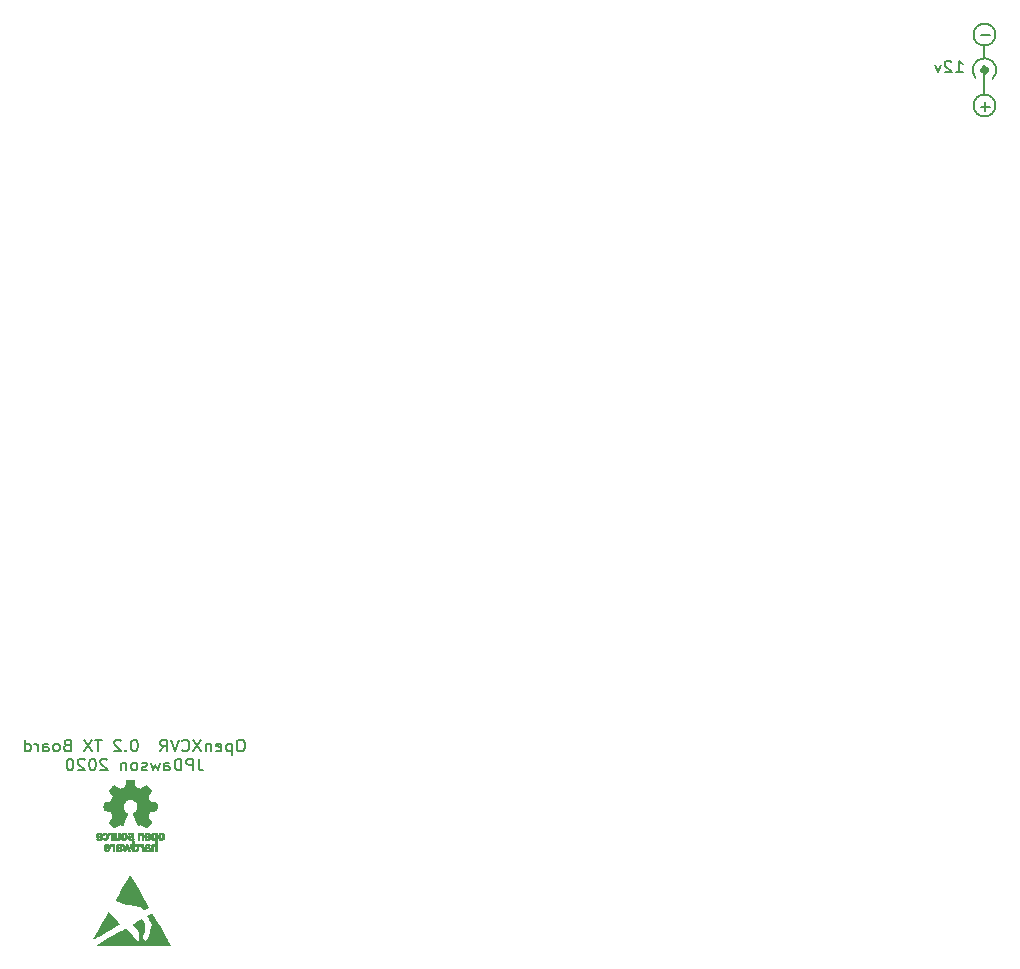
<source format=gbo>
G04 #@! TF.GenerationSoftware,KiCad,Pcbnew,5.99.0-unknown-43514a1~86~ubuntu18.04.1*
G04 #@! TF.CreationDate,2020-06-17T19:02:55+01:00*
G04 #@! TF.ProjectId,TX_BOARD,54585f42-4f41-4524-942e-6b696361645f,rev?*
G04 #@! TF.SameCoordinates,Original*
G04 #@! TF.FileFunction,Legend,Bot*
G04 #@! TF.FilePolarity,Positive*
%FSLAX46Y46*%
G04 Gerber Fmt 4.6, Leading zero omitted, Abs format (unit mm)*
G04 Created by KiCad (PCBNEW 5.99.0-unknown-43514a1~86~ubuntu18.04.1) date 2020-06-17 19:02:55*
%MOMM*%
%LPD*%
G01*
G04 APERTURE LIST*
%ADD10C,0.150000*%
%ADD11C,0.010000*%
%ADD12C,0.500000*%
G04 APERTURE END LIST*
D10*
X121593428Y-123488380D02*
X121402952Y-123488380D01*
X121307714Y-123536000D01*
X121212476Y-123631238D01*
X121164857Y-123821714D01*
X121164857Y-124155047D01*
X121212476Y-124345523D01*
X121307714Y-124440761D01*
X121402952Y-124488380D01*
X121593428Y-124488380D01*
X121688666Y-124440761D01*
X121783904Y-124345523D01*
X121831523Y-124155047D01*
X121831523Y-123821714D01*
X121783904Y-123631238D01*
X121688666Y-123536000D01*
X121593428Y-123488380D01*
X120736285Y-123821714D02*
X120736285Y-124821714D01*
X120736285Y-123869333D02*
X120641047Y-123821714D01*
X120450571Y-123821714D01*
X120355333Y-123869333D01*
X120307714Y-123916952D01*
X120260095Y-124012190D01*
X120260095Y-124297904D01*
X120307714Y-124393142D01*
X120355333Y-124440761D01*
X120450571Y-124488380D01*
X120641047Y-124488380D01*
X120736285Y-124440761D01*
X119450571Y-124440761D02*
X119545809Y-124488380D01*
X119736285Y-124488380D01*
X119831523Y-124440761D01*
X119879142Y-124345523D01*
X119879142Y-123964571D01*
X119831523Y-123869333D01*
X119736285Y-123821714D01*
X119545809Y-123821714D01*
X119450571Y-123869333D01*
X119402952Y-123964571D01*
X119402952Y-124059809D01*
X119879142Y-124155047D01*
X118974380Y-123821714D02*
X118974380Y-124488380D01*
X118974380Y-123916952D02*
X118926761Y-123869333D01*
X118831523Y-123821714D01*
X118688666Y-123821714D01*
X118593428Y-123869333D01*
X118545809Y-123964571D01*
X118545809Y-124488380D01*
X118164857Y-123488380D02*
X117498190Y-124488380D01*
X117498190Y-123488380D02*
X118164857Y-124488380D01*
X116545809Y-124393142D02*
X116593428Y-124440761D01*
X116736285Y-124488380D01*
X116831523Y-124488380D01*
X116974380Y-124440761D01*
X117069619Y-124345523D01*
X117117238Y-124250285D01*
X117164857Y-124059809D01*
X117164857Y-123916952D01*
X117117238Y-123726476D01*
X117069619Y-123631238D01*
X116974380Y-123536000D01*
X116831523Y-123488380D01*
X116736285Y-123488380D01*
X116593428Y-123536000D01*
X116545809Y-123583619D01*
X116260095Y-123488380D02*
X115926761Y-124488380D01*
X115593428Y-123488380D01*
X114688666Y-124488380D02*
X115022000Y-124012190D01*
X115260095Y-124488380D02*
X115260095Y-123488380D01*
X114879142Y-123488380D01*
X114783904Y-123536000D01*
X114736285Y-123583619D01*
X114688666Y-123678857D01*
X114688666Y-123821714D01*
X114736285Y-123916952D01*
X114783904Y-123964571D01*
X114879142Y-124012190D01*
X115260095Y-124012190D01*
X112545809Y-123488380D02*
X112450571Y-123488380D01*
X112355333Y-123536000D01*
X112307714Y-123583619D01*
X112260095Y-123678857D01*
X112212476Y-123869333D01*
X112212476Y-124107428D01*
X112260095Y-124297904D01*
X112307714Y-124393142D01*
X112355333Y-124440761D01*
X112450571Y-124488380D01*
X112545809Y-124488380D01*
X112641047Y-124440761D01*
X112688666Y-124393142D01*
X112736285Y-124297904D01*
X112783904Y-124107428D01*
X112783904Y-123869333D01*
X112736285Y-123678857D01*
X112688666Y-123583619D01*
X112641047Y-123536000D01*
X112545809Y-123488380D01*
X111783904Y-124393142D02*
X111736285Y-124440761D01*
X111783904Y-124488380D01*
X111831523Y-124440761D01*
X111783904Y-124393142D01*
X111783904Y-124488380D01*
X111355333Y-123583619D02*
X111307714Y-123536000D01*
X111212476Y-123488380D01*
X110974380Y-123488380D01*
X110879142Y-123536000D01*
X110831523Y-123583619D01*
X110783904Y-123678857D01*
X110783904Y-123774095D01*
X110831523Y-123916952D01*
X111402952Y-124488380D01*
X110783904Y-124488380D01*
X109736285Y-123488380D02*
X109164857Y-123488380D01*
X109450571Y-124488380D02*
X109450571Y-123488380D01*
X108926761Y-123488380D02*
X108260095Y-124488380D01*
X108260095Y-123488380D02*
X108926761Y-124488380D01*
X106783904Y-123964571D02*
X106641047Y-124012190D01*
X106593428Y-124059809D01*
X106545809Y-124155047D01*
X106545809Y-124297904D01*
X106593428Y-124393142D01*
X106641047Y-124440761D01*
X106736285Y-124488380D01*
X107117238Y-124488380D01*
X107117238Y-123488380D01*
X106783904Y-123488380D01*
X106688666Y-123536000D01*
X106641047Y-123583619D01*
X106593428Y-123678857D01*
X106593428Y-123774095D01*
X106641047Y-123869333D01*
X106688666Y-123916952D01*
X106783904Y-123964571D01*
X107117238Y-123964571D01*
X105974380Y-124488380D02*
X106069619Y-124440761D01*
X106117238Y-124393142D01*
X106164857Y-124297904D01*
X106164857Y-124012190D01*
X106117238Y-123916952D01*
X106069619Y-123869333D01*
X105974380Y-123821714D01*
X105831523Y-123821714D01*
X105736285Y-123869333D01*
X105688666Y-123916952D01*
X105641047Y-124012190D01*
X105641047Y-124297904D01*
X105688666Y-124393142D01*
X105736285Y-124440761D01*
X105831523Y-124488380D01*
X105974380Y-124488380D01*
X104783904Y-124488380D02*
X104783904Y-123964571D01*
X104831523Y-123869333D01*
X104926761Y-123821714D01*
X105117238Y-123821714D01*
X105212476Y-123869333D01*
X104783904Y-124440761D02*
X104879142Y-124488380D01*
X105117238Y-124488380D01*
X105212476Y-124440761D01*
X105260095Y-124345523D01*
X105260095Y-124250285D01*
X105212476Y-124155047D01*
X105117238Y-124107428D01*
X104879142Y-124107428D01*
X104783904Y-124059809D01*
X104307714Y-124488380D02*
X104307714Y-123821714D01*
X104307714Y-124012190D02*
X104260095Y-123916952D01*
X104212476Y-123869333D01*
X104117238Y-123821714D01*
X104022000Y-123821714D01*
X103260095Y-124488380D02*
X103260095Y-123488380D01*
X103260095Y-124440761D02*
X103355333Y-124488380D01*
X103545809Y-124488380D01*
X103641047Y-124440761D01*
X103688666Y-124393142D01*
X103736285Y-124297904D01*
X103736285Y-124012190D01*
X103688666Y-123916952D01*
X103641047Y-123869333D01*
X103545809Y-123821714D01*
X103355333Y-123821714D01*
X103260095Y-123869333D01*
X117950571Y-125098380D02*
X117950571Y-125812666D01*
X117998190Y-125955523D01*
X118093428Y-126050761D01*
X118236285Y-126098380D01*
X118331523Y-126098380D01*
X117474380Y-126098380D02*
X117474380Y-125098380D01*
X117093428Y-125098380D01*
X116998190Y-125146000D01*
X116950571Y-125193619D01*
X116902952Y-125288857D01*
X116902952Y-125431714D01*
X116950571Y-125526952D01*
X116998190Y-125574571D01*
X117093428Y-125622190D01*
X117474380Y-125622190D01*
X116474380Y-126098380D02*
X116474380Y-125098380D01*
X116236285Y-125098380D01*
X116093428Y-125146000D01*
X115998190Y-125241238D01*
X115950571Y-125336476D01*
X115902952Y-125526952D01*
X115902952Y-125669809D01*
X115950571Y-125860285D01*
X115998190Y-125955523D01*
X116093428Y-126050761D01*
X116236285Y-126098380D01*
X116474380Y-126098380D01*
X115045809Y-126098380D02*
X115045809Y-125574571D01*
X115093428Y-125479333D01*
X115188666Y-125431714D01*
X115379142Y-125431714D01*
X115474380Y-125479333D01*
X115045809Y-126050761D02*
X115141047Y-126098380D01*
X115379142Y-126098380D01*
X115474380Y-126050761D01*
X115522000Y-125955523D01*
X115522000Y-125860285D01*
X115474380Y-125765047D01*
X115379142Y-125717428D01*
X115141047Y-125717428D01*
X115045809Y-125669809D01*
X114664857Y-125431714D02*
X114474380Y-126098380D01*
X114283904Y-125622190D01*
X114093428Y-126098380D01*
X113902952Y-125431714D01*
X113569619Y-126050761D02*
X113474380Y-126098380D01*
X113283904Y-126098380D01*
X113188666Y-126050761D01*
X113141047Y-125955523D01*
X113141047Y-125907904D01*
X113188666Y-125812666D01*
X113283904Y-125765047D01*
X113426761Y-125765047D01*
X113522000Y-125717428D01*
X113569619Y-125622190D01*
X113569619Y-125574571D01*
X113522000Y-125479333D01*
X113426761Y-125431714D01*
X113283904Y-125431714D01*
X113188666Y-125479333D01*
X112569619Y-126098380D02*
X112664857Y-126050761D01*
X112712476Y-126003142D01*
X112760095Y-125907904D01*
X112760095Y-125622190D01*
X112712476Y-125526952D01*
X112664857Y-125479333D01*
X112569619Y-125431714D01*
X112426761Y-125431714D01*
X112331523Y-125479333D01*
X112283904Y-125526952D01*
X112236285Y-125622190D01*
X112236285Y-125907904D01*
X112283904Y-126003142D01*
X112331523Y-126050761D01*
X112426761Y-126098380D01*
X112569619Y-126098380D01*
X111807714Y-125431714D02*
X111807714Y-126098380D01*
X111807714Y-125526952D02*
X111760095Y-125479333D01*
X111664857Y-125431714D01*
X111522000Y-125431714D01*
X111426761Y-125479333D01*
X111379142Y-125574571D01*
X111379142Y-126098380D01*
X110188666Y-125193619D02*
X110141047Y-125146000D01*
X110045809Y-125098380D01*
X109807714Y-125098380D01*
X109712476Y-125146000D01*
X109664857Y-125193619D01*
X109617238Y-125288857D01*
X109617238Y-125384095D01*
X109664857Y-125526952D01*
X110236285Y-126098380D01*
X109617238Y-126098380D01*
X108998190Y-125098380D02*
X108902952Y-125098380D01*
X108807714Y-125146000D01*
X108760095Y-125193619D01*
X108712476Y-125288857D01*
X108664857Y-125479333D01*
X108664857Y-125717428D01*
X108712476Y-125907904D01*
X108760095Y-126003142D01*
X108807714Y-126050761D01*
X108902952Y-126098380D01*
X108998190Y-126098380D01*
X109093428Y-126050761D01*
X109141047Y-126003142D01*
X109188666Y-125907904D01*
X109236285Y-125717428D01*
X109236285Y-125479333D01*
X109188666Y-125288857D01*
X109141047Y-125193619D01*
X109093428Y-125146000D01*
X108998190Y-125098380D01*
X108283904Y-125193619D02*
X108236285Y-125146000D01*
X108141047Y-125098380D01*
X107902952Y-125098380D01*
X107807714Y-125146000D01*
X107760095Y-125193619D01*
X107712476Y-125288857D01*
X107712476Y-125384095D01*
X107760095Y-125526952D01*
X108331523Y-126098380D01*
X107712476Y-126098380D01*
X107093428Y-125098380D02*
X106998190Y-125098380D01*
X106902952Y-125146000D01*
X106855333Y-125193619D01*
X106807714Y-125288857D01*
X106760095Y-125479333D01*
X106760095Y-125717428D01*
X106807714Y-125907904D01*
X106855333Y-126003142D01*
X106902952Y-126050761D01*
X106998190Y-126098380D01*
X107093428Y-126098380D01*
X107188666Y-126050761D01*
X107236285Y-126003142D01*
X107283904Y-125907904D01*
X107331523Y-125717428D01*
X107331523Y-125479333D01*
X107283904Y-125288857D01*
X107236285Y-125193619D01*
X107188666Y-125146000D01*
X107093428Y-125098380D01*
X182054428Y-67000380D02*
X182625857Y-67000380D01*
X182340142Y-67000380D02*
X182340142Y-66000380D01*
X182435380Y-66143238D01*
X182530619Y-66238476D01*
X182625857Y-66286095D01*
X181673476Y-66095619D02*
X181625857Y-66048000D01*
X181530619Y-66000380D01*
X181292523Y-66000380D01*
X181197285Y-66048000D01*
X181149666Y-66095619D01*
X181102047Y-66190857D01*
X181102047Y-66286095D01*
X181149666Y-66428952D01*
X181721095Y-67000380D01*
X181102047Y-67000380D01*
X180768714Y-66333714D02*
X180530619Y-67000380D01*
X180292523Y-66333714D01*
X184911952Y-63825428D02*
X184150047Y-63825428D01*
X184911952Y-69921428D02*
X184150047Y-69921428D01*
X184531000Y-70302380D02*
X184531000Y-69540476D01*
G36*
X114350926Y-132936336D02*
G01*
X114284911Y-132932535D01*
X114281772Y-132731347D01*
X114280844Y-132682425D01*
X114278208Y-132608926D01*
X114273683Y-132554991D01*
X114266438Y-132516995D01*
X114255642Y-132491313D01*
X114240462Y-132474320D01*
X114220066Y-132462389D01*
X114181797Y-132450205D01*
X114143738Y-132454940D01*
X114103549Y-132480979D01*
X114064861Y-132513533D01*
X114064861Y-132938822D01*
X113926544Y-132938822D01*
X113926544Y-132708176D01*
X113926677Y-132635882D01*
X113927413Y-132571641D01*
X113929181Y-132524618D01*
X113932411Y-132490548D01*
X113937530Y-132465170D01*
X113944967Y-132444221D01*
X113955150Y-132423436D01*
X113957564Y-132419024D01*
X113989675Y-132376047D01*
X114027256Y-132346013D01*
X114072564Y-132330243D01*
X114132561Y-132323222D01*
X114192643Y-132327025D01*
X114241525Y-132341868D01*
X114278624Y-132361052D01*
X114278624Y-131945859D01*
X114227792Y-131972354D01*
X114206558Y-131981980D01*
X114139536Y-131995592D01*
X114072930Y-131986184D01*
X114011187Y-131954905D01*
X113958757Y-131902902D01*
X113950543Y-131890680D01*
X113942649Y-131872763D01*
X113937500Y-131848404D01*
X113934527Y-131812927D01*
X113933161Y-131761656D01*
X113932916Y-131708236D01*
X114065749Y-131708236D01*
X114065861Y-131752849D01*
X114069272Y-131782601D01*
X114076937Y-131803835D01*
X114089814Y-131822896D01*
X114106171Y-131840617D01*
X114132329Y-131854028D01*
X114171742Y-131857436D01*
X114206559Y-131854471D01*
X114241020Y-131839631D01*
X114263215Y-131809569D01*
X114275097Y-131761254D01*
X114278624Y-131691650D01*
X114277712Y-131654624D01*
X114268609Y-131584728D01*
X114249828Y-131537464D01*
X114221476Y-131513168D01*
X114192840Y-131506332D01*
X114142970Y-131509537D01*
X114100833Y-131529380D01*
X114090749Y-131538480D01*
X114080063Y-131554223D01*
X114073456Y-131577658D01*
X114069532Y-131614604D01*
X114066897Y-131670880D01*
X114065749Y-131708236D01*
X113932916Y-131708236D01*
X113932831Y-131689917D01*
X113932944Y-131657184D01*
X113934872Y-131581044D01*
X113940240Y-131524166D01*
X113950406Y-131482249D01*
X113966725Y-131450996D01*
X113990553Y-131426106D01*
X114023247Y-131403282D01*
X114049759Y-131390184D01*
X114112615Y-131375739D01*
X114178869Y-131377707D01*
X114237757Y-131396433D01*
X114263030Y-131408673D01*
X114275742Y-131409938D01*
X114278624Y-131398798D01*
X114278626Y-131398461D01*
X114284838Y-131387087D01*
X114306260Y-131381256D01*
X114347782Y-131379614D01*
X114416940Y-131379614D01*
X114416940Y-132940136D01*
X114350926Y-132936336D01*
G37*
D11*
X114350926Y-132936336D02*
X114284911Y-132932535D01*
X114281772Y-132731347D01*
X114280844Y-132682425D01*
X114278208Y-132608926D01*
X114273683Y-132554991D01*
X114266438Y-132516995D01*
X114255642Y-132491313D01*
X114240462Y-132474320D01*
X114220066Y-132462389D01*
X114181797Y-132450205D01*
X114143738Y-132454940D01*
X114103549Y-132480979D01*
X114064861Y-132513533D01*
X114064861Y-132938822D01*
X113926544Y-132938822D01*
X113926544Y-132708176D01*
X113926677Y-132635882D01*
X113927413Y-132571641D01*
X113929181Y-132524618D01*
X113932411Y-132490548D01*
X113937530Y-132465170D01*
X113944967Y-132444221D01*
X113955150Y-132423436D01*
X113957564Y-132419024D01*
X113989675Y-132376047D01*
X114027256Y-132346013D01*
X114072564Y-132330243D01*
X114132561Y-132323222D01*
X114192643Y-132327025D01*
X114241525Y-132341868D01*
X114278624Y-132361052D01*
X114278624Y-131945859D01*
X114227792Y-131972354D01*
X114206558Y-131981980D01*
X114139536Y-131995592D01*
X114072930Y-131986184D01*
X114011187Y-131954905D01*
X113958757Y-131902902D01*
X113950543Y-131890680D01*
X113942649Y-131872763D01*
X113937500Y-131848404D01*
X113934527Y-131812927D01*
X113933161Y-131761656D01*
X113932916Y-131708236D01*
X114065749Y-131708236D01*
X114065861Y-131752849D01*
X114069272Y-131782601D01*
X114076937Y-131803835D01*
X114089814Y-131822896D01*
X114106171Y-131840617D01*
X114132329Y-131854028D01*
X114171742Y-131857436D01*
X114206559Y-131854471D01*
X114241020Y-131839631D01*
X114263215Y-131809569D01*
X114275097Y-131761254D01*
X114278624Y-131691650D01*
X114277712Y-131654624D01*
X114268609Y-131584728D01*
X114249828Y-131537464D01*
X114221476Y-131513168D01*
X114192840Y-131506332D01*
X114142970Y-131509537D01*
X114100833Y-131529380D01*
X114090749Y-131538480D01*
X114080063Y-131554223D01*
X114073456Y-131577658D01*
X114069532Y-131614604D01*
X114066897Y-131670880D01*
X114065749Y-131708236D01*
X113932916Y-131708236D01*
X113932831Y-131689917D01*
X113932944Y-131657184D01*
X113934872Y-131581044D01*
X113940240Y-131524166D01*
X113950406Y-131482249D01*
X113966725Y-131450996D01*
X113990553Y-131426106D01*
X114023247Y-131403282D01*
X114049759Y-131390184D01*
X114112615Y-131375739D01*
X114178869Y-131377707D01*
X114237757Y-131396433D01*
X114263030Y-131408673D01*
X114275742Y-131409938D01*
X114278624Y-131398798D01*
X114278626Y-131398461D01*
X114284838Y-131387087D01*
X114306260Y-131381256D01*
X114347782Y-131379614D01*
X114416940Y-131379614D01*
X114416940Y-132940136D01*
X114350926Y-132936336D01*
G36*
X113848157Y-132772882D02*
G01*
X113832835Y-132837479D01*
X113798753Y-132886063D01*
X113744218Y-132921072D01*
X113716036Y-132929589D01*
X113667764Y-132936228D01*
X113614978Y-132937813D01*
X113567353Y-132934160D01*
X113534566Y-132925083D01*
X113514652Y-132917813D01*
X113495155Y-132925083D01*
X113488023Y-132929295D01*
X113459557Y-132936126D01*
X113421059Y-132938822D01*
X113360703Y-132938822D01*
X113360703Y-132695484D01*
X113360706Y-132674763D01*
X113499020Y-132674763D01*
X113499020Y-132723111D01*
X113503668Y-132759904D01*
X113522015Y-132792269D01*
X113532514Y-132799274D01*
X113569988Y-132810191D01*
X113616773Y-132812917D01*
X113662652Y-132807379D01*
X113697410Y-132793505D01*
X113714726Y-132775161D01*
X113725356Y-132742566D01*
X113715929Y-132716729D01*
X113684764Y-132694263D01*
X113634667Y-132679850D01*
X113568582Y-132674763D01*
X113499020Y-132674763D01*
X113360706Y-132674763D01*
X113360707Y-132674440D01*
X113360937Y-132595122D01*
X113361797Y-132536154D01*
X113363679Y-132493616D01*
X113366974Y-132463592D01*
X113372073Y-132442163D01*
X113379366Y-132425411D01*
X113389246Y-132409419D01*
X113421023Y-132371948D01*
X113466055Y-132343339D01*
X113525210Y-132327555D01*
X113603161Y-132322703D01*
X113605695Y-132322708D01*
X113659880Y-132325155D01*
X113708380Y-132331256D01*
X113741478Y-132339809D01*
X113750552Y-132344096D01*
X113779433Y-132362248D01*
X113805568Y-132383822D01*
X113822764Y-132403236D01*
X113824825Y-132414909D01*
X113820803Y-132418063D01*
X113776976Y-132451739D01*
X113747671Y-132471600D01*
X113728294Y-132479613D01*
X113714253Y-132477746D01*
X113700957Y-132467965D01*
X113676418Y-132455756D01*
X113635064Y-132447615D01*
X113588326Y-132445503D01*
X113546034Y-132449800D01*
X113518017Y-132460887D01*
X113516543Y-132462236D01*
X113503953Y-132487581D01*
X113499020Y-132525411D01*
X113499020Y-132574169D01*
X113615331Y-132574216D01*
X113668760Y-132575061D01*
X113713735Y-132578740D01*
X113745907Y-132586309D01*
X113771899Y-132598808D01*
X113777948Y-132602647D01*
X113821710Y-132644845D01*
X113844987Y-132700647D01*
X113846955Y-132742566D01*
X113848299Y-132771223D01*
X113848157Y-132772882D01*
G37*
X113848157Y-132772882D02*
X113832835Y-132837479D01*
X113798753Y-132886063D01*
X113744218Y-132921072D01*
X113716036Y-132929589D01*
X113667764Y-132936228D01*
X113614978Y-132937813D01*
X113567353Y-132934160D01*
X113534566Y-132925083D01*
X113514652Y-132917813D01*
X113495155Y-132925083D01*
X113488023Y-132929295D01*
X113459557Y-132936126D01*
X113421059Y-132938822D01*
X113360703Y-132938822D01*
X113360703Y-132695484D01*
X113360706Y-132674763D01*
X113499020Y-132674763D01*
X113499020Y-132723111D01*
X113503668Y-132759904D01*
X113522015Y-132792269D01*
X113532514Y-132799274D01*
X113569988Y-132810191D01*
X113616773Y-132812917D01*
X113662652Y-132807379D01*
X113697410Y-132793505D01*
X113714726Y-132775161D01*
X113725356Y-132742566D01*
X113715929Y-132716729D01*
X113684764Y-132694263D01*
X113634667Y-132679850D01*
X113568582Y-132674763D01*
X113499020Y-132674763D01*
X113360706Y-132674763D01*
X113360707Y-132674440D01*
X113360937Y-132595122D01*
X113361797Y-132536154D01*
X113363679Y-132493616D01*
X113366974Y-132463592D01*
X113372073Y-132442163D01*
X113379366Y-132425411D01*
X113389246Y-132409419D01*
X113421023Y-132371948D01*
X113466055Y-132343339D01*
X113525210Y-132327555D01*
X113603161Y-132322703D01*
X113605695Y-132322708D01*
X113659880Y-132325155D01*
X113708380Y-132331256D01*
X113741478Y-132339809D01*
X113750552Y-132344096D01*
X113779433Y-132362248D01*
X113805568Y-132383822D01*
X113822764Y-132403236D01*
X113824825Y-132414909D01*
X113820803Y-132418063D01*
X113776976Y-132451739D01*
X113747671Y-132471600D01*
X113728294Y-132479613D01*
X113714253Y-132477746D01*
X113700957Y-132467965D01*
X113676418Y-132455756D01*
X113635064Y-132447615D01*
X113588326Y-132445503D01*
X113546034Y-132449800D01*
X113518017Y-132460887D01*
X113516543Y-132462236D01*
X113503953Y-132487581D01*
X113499020Y-132525411D01*
X113499020Y-132574169D01*
X113615331Y-132574216D01*
X113668760Y-132575061D01*
X113713735Y-132578740D01*
X113745907Y-132586309D01*
X113771899Y-132598808D01*
X113777948Y-132602647D01*
X113821710Y-132644845D01*
X113844987Y-132700647D01*
X113846955Y-132742566D01*
X113848299Y-132771223D01*
X113848157Y-132772882D01*
G36*
X113234960Y-132938822D02*
G01*
X113109218Y-132938822D01*
X113109218Y-132744740D01*
X113109078Y-132699594D01*
X113107649Y-132624823D01*
X113104029Y-132569467D01*
X113097434Y-132529702D01*
X113087079Y-132501700D01*
X113072178Y-132481635D01*
X113051946Y-132465681D01*
X113029859Y-132453792D01*
X113003705Y-132450421D01*
X112966508Y-132457917D01*
X112954555Y-132461038D01*
X112924718Y-132465735D01*
X112903383Y-132459005D01*
X112878655Y-132438177D01*
X112873963Y-132433647D01*
X112848020Y-132405626D01*
X112831291Y-132382843D01*
X112828996Y-132377355D01*
X112833543Y-132357088D01*
X112856602Y-132340884D01*
X112892995Y-132329513D01*
X112937544Y-132323740D01*
X112985072Y-132324334D01*
X113030400Y-132332063D01*
X113068351Y-132347694D01*
X113080381Y-132354993D01*
X113100632Y-132365676D01*
X113108129Y-132363230D01*
X113109218Y-132347647D01*
X113109473Y-132342053D01*
X113115539Y-132329660D01*
X113134356Y-132324020D01*
X113172089Y-132322683D01*
X113234960Y-132322683D01*
X113234960Y-132938822D01*
G37*
X113234960Y-132938822D02*
X113109218Y-132938822D01*
X113109218Y-132744740D01*
X113109078Y-132699594D01*
X113107649Y-132624823D01*
X113104029Y-132569467D01*
X113097434Y-132529702D01*
X113087079Y-132501700D01*
X113072178Y-132481635D01*
X113051946Y-132465681D01*
X113029859Y-132453792D01*
X113003705Y-132450421D01*
X112966508Y-132457917D01*
X112954555Y-132461038D01*
X112924718Y-132465735D01*
X112903383Y-132459005D01*
X112878655Y-132438177D01*
X112873963Y-132433647D01*
X112848020Y-132405626D01*
X112831291Y-132382843D01*
X112828996Y-132377355D01*
X112833543Y-132357088D01*
X112856602Y-132340884D01*
X112892995Y-132329513D01*
X112937544Y-132323740D01*
X112985072Y-132324334D01*
X113030400Y-132332063D01*
X113068351Y-132347694D01*
X113080381Y-132354993D01*
X113100632Y-132365676D01*
X113108129Y-132363230D01*
X113109218Y-132347647D01*
X113109473Y-132342053D01*
X113115539Y-132329660D01*
X113134356Y-132324020D01*
X113172089Y-132322683D01*
X113234960Y-132322683D01*
X113234960Y-132938822D01*
G36*
X112830167Y-132731571D02*
G01*
X112826962Y-132769018D01*
X112826413Y-132772450D01*
X112804838Y-132833835D01*
X112765438Y-132885877D01*
X112713752Y-132921135D01*
X112658248Y-132935729D01*
X112589977Y-132934597D01*
X112527173Y-132915029D01*
X112510815Y-132906771D01*
X112489779Y-132897923D01*
X112481774Y-132900676D01*
X112480505Y-132915029D01*
X112479922Y-132922186D01*
X112472394Y-132932772D01*
X112451488Y-132937645D01*
X112411346Y-132938822D01*
X112342188Y-132938822D01*
X112342188Y-132636930D01*
X112480505Y-132636930D01*
X112481496Y-132689230D01*
X112485519Y-132724050D01*
X112494108Y-132747905D01*
X112508797Y-132767895D01*
X112547584Y-132797618D01*
X112592974Y-132807582D01*
X112636989Y-132795260D01*
X112674060Y-132760888D01*
X112683859Y-132735735D01*
X112691097Y-132691194D01*
X112694279Y-132637155D01*
X112693277Y-132581728D01*
X112687961Y-132533022D01*
X112678204Y-132499148D01*
X112675087Y-132493593D01*
X112645038Y-132465674D01*
X112604315Y-132453306D01*
X112560579Y-132456183D01*
X112521491Y-132474000D01*
X112494710Y-132506452D01*
X112493603Y-132509181D01*
X112486963Y-132539634D01*
X112482278Y-132585139D01*
X112480505Y-132636930D01*
X112342188Y-132636930D01*
X112342188Y-132083773D01*
X112480505Y-132083773D01*
X112480505Y-132376878D01*
X112506124Y-132353693D01*
X112530792Y-132339282D01*
X112577480Y-132327236D01*
X112632056Y-132323354D01*
X112685354Y-132328120D01*
X112728207Y-132342014D01*
X112758878Y-132361779D01*
X112790471Y-132395449D01*
X112811733Y-132440730D01*
X112824514Y-132501981D01*
X112830664Y-132583563D01*
X112831568Y-132616540D01*
X112831633Y-132637155D01*
X112831761Y-132677813D01*
X112830167Y-132731571D01*
G37*
X112830167Y-132731571D02*
X112826962Y-132769018D01*
X112826413Y-132772450D01*
X112804838Y-132833835D01*
X112765438Y-132885877D01*
X112713752Y-132921135D01*
X112658248Y-132935729D01*
X112589977Y-132934597D01*
X112527173Y-132915029D01*
X112510815Y-132906771D01*
X112489779Y-132897923D01*
X112481774Y-132900676D01*
X112480505Y-132915029D01*
X112479922Y-132922186D01*
X112472394Y-132932772D01*
X112451488Y-132937645D01*
X112411346Y-132938822D01*
X112342188Y-132938822D01*
X112342188Y-132636930D01*
X112480505Y-132636930D01*
X112481496Y-132689230D01*
X112485519Y-132724050D01*
X112494108Y-132747905D01*
X112508797Y-132767895D01*
X112547584Y-132797618D01*
X112592974Y-132807582D01*
X112636989Y-132795260D01*
X112674060Y-132760888D01*
X112683859Y-132735735D01*
X112691097Y-132691194D01*
X112694279Y-132637155D01*
X112693277Y-132581728D01*
X112687961Y-132533022D01*
X112678204Y-132499148D01*
X112675087Y-132493593D01*
X112645038Y-132465674D01*
X112604315Y-132453306D01*
X112560579Y-132456183D01*
X112521491Y-132474000D01*
X112494710Y-132506452D01*
X112493603Y-132509181D01*
X112486963Y-132539634D01*
X112482278Y-132585139D01*
X112480505Y-132636930D01*
X112342188Y-132636930D01*
X112342188Y-132083773D01*
X112480505Y-132083773D01*
X112480505Y-132376878D01*
X112506124Y-132353693D01*
X112530792Y-132339282D01*
X112577480Y-132327236D01*
X112632056Y-132323354D01*
X112685354Y-132328120D01*
X112728207Y-132342014D01*
X112758878Y-132361779D01*
X112790471Y-132395449D01*
X112811733Y-132440730D01*
X112824514Y-132501981D01*
X112830664Y-132583563D01*
X112831568Y-132616540D01*
X112831633Y-132637155D01*
X112831761Y-132677813D01*
X112830167Y-132731571D01*
G36*
X111973997Y-132520130D02*
G01*
X111990997Y-132570850D01*
X112011107Y-132626997D01*
X112027899Y-132669532D01*
X112039986Y-132694990D01*
X112045980Y-132699903D01*
X112047426Y-132695630D01*
X112055254Y-132669422D01*
X112067723Y-132625649D01*
X112083447Y-132569211D01*
X112101043Y-132505010D01*
X112148914Y-132328971D01*
X112222007Y-132325152D01*
X112228177Y-132324846D01*
X112267592Y-132324441D01*
X112286533Y-132328487D01*
X112288945Y-132337726D01*
X112285898Y-132346749D01*
X112275874Y-132377632D01*
X112260180Y-132426544D01*
X112239934Y-132489987D01*
X112216256Y-132564462D01*
X112190263Y-132646471D01*
X112097736Y-132938822D01*
X111981993Y-132938822D01*
X111927457Y-132753352D01*
X111917386Y-132719294D01*
X111898775Y-132657378D01*
X111882872Y-132605787D01*
X111871109Y-132569130D01*
X111864918Y-132552018D01*
X111863154Y-132550741D01*
X111854571Y-132561779D01*
X111842316Y-132590969D01*
X111828426Y-132633750D01*
X111827692Y-132636263D01*
X111809096Y-132699400D01*
X111787818Y-132770889D01*
X111768321Y-132835734D01*
X111736705Y-132940122D01*
X111678402Y-132936328D01*
X111620098Y-132932535D01*
X111566098Y-132762782D01*
X111542390Y-132688193D01*
X111515833Y-132604539D01*
X111490404Y-132524342D01*
X111469354Y-132457857D01*
X111426609Y-132322683D01*
X111569612Y-132322683D01*
X111604274Y-132451570D01*
X111613488Y-132485625D01*
X111630915Y-132549115D01*
X111647054Y-132606874D01*
X111659322Y-132649614D01*
X111679709Y-132718773D01*
X111809745Y-132328971D01*
X111859476Y-132325237D01*
X111909206Y-132321504D01*
X111973997Y-132520130D01*
G37*
X111973997Y-132520130D02*
X111990997Y-132570850D01*
X112011107Y-132626997D01*
X112027899Y-132669532D01*
X112039986Y-132694990D01*
X112045980Y-132699903D01*
X112047426Y-132695630D01*
X112055254Y-132669422D01*
X112067723Y-132625649D01*
X112083447Y-132569211D01*
X112101043Y-132505010D01*
X112148914Y-132328971D01*
X112222007Y-132325152D01*
X112228177Y-132324846D01*
X112267592Y-132324441D01*
X112286533Y-132328487D01*
X112288945Y-132337726D01*
X112285898Y-132346749D01*
X112275874Y-132377632D01*
X112260180Y-132426544D01*
X112239934Y-132489987D01*
X112216256Y-132564462D01*
X112190263Y-132646471D01*
X112097736Y-132938822D01*
X111981993Y-132938822D01*
X111927457Y-132753352D01*
X111917386Y-132719294D01*
X111898775Y-132657378D01*
X111882872Y-132605787D01*
X111871109Y-132569130D01*
X111864918Y-132552018D01*
X111863154Y-132550741D01*
X111854571Y-132561779D01*
X111842316Y-132590969D01*
X111828426Y-132633750D01*
X111827692Y-132636263D01*
X111809096Y-132699400D01*
X111787818Y-132770889D01*
X111768321Y-132835734D01*
X111736705Y-132940122D01*
X111678402Y-132936328D01*
X111620098Y-132932535D01*
X111566098Y-132762782D01*
X111542390Y-132688193D01*
X111515833Y-132604539D01*
X111490404Y-132524342D01*
X111469354Y-132457857D01*
X111426609Y-132322683D01*
X111569612Y-132322683D01*
X111604274Y-132451570D01*
X111613488Y-132485625D01*
X111630915Y-132549115D01*
X111647054Y-132606874D01*
X111659322Y-132649614D01*
X111679709Y-132718773D01*
X111809745Y-132328971D01*
X111859476Y-132325237D01*
X111909206Y-132321504D01*
X111973997Y-132520130D01*
G36*
X111415244Y-132830419D02*
G01*
X111382277Y-132879255D01*
X111332270Y-132914386D01*
X111327362Y-132916521D01*
X111272646Y-132931903D01*
X111210993Y-132937899D01*
X111152376Y-132934233D01*
X111106767Y-132920629D01*
X111088549Y-132911754D01*
X111075179Y-132909637D01*
X111072188Y-132920706D01*
X111066524Y-132930942D01*
X111044607Y-132937038D01*
X111002068Y-132938822D01*
X110931948Y-132938822D01*
X110936053Y-132696768D01*
X110936491Y-132674763D01*
X111072188Y-132674763D01*
X111072188Y-132718773D01*
X111076924Y-132751666D01*
X111097336Y-132787931D01*
X111104871Y-132794597D01*
X111135753Y-132808620D01*
X111182213Y-132812228D01*
X111210090Y-132810819D01*
X111262255Y-132800204D01*
X111294587Y-132780425D01*
X111305492Y-132752824D01*
X111293374Y-132718743D01*
X111286304Y-132709824D01*
X111254724Y-132689818D01*
X111204744Y-132678395D01*
X111133487Y-132674763D01*
X111072188Y-132674763D01*
X110936491Y-132674763D01*
X110937169Y-132640794D01*
X110940106Y-132556996D01*
X110945058Y-132492920D01*
X110953002Y-132445073D01*
X110964917Y-132409962D01*
X110981780Y-132384093D01*
X111004572Y-132363974D01*
X111034269Y-132346110D01*
X111049589Y-132339290D01*
X111102589Y-132326417D01*
X111166513Y-132321095D01*
X111232602Y-132323227D01*
X111292099Y-132332714D01*
X111336247Y-132349461D01*
X111351604Y-132359185D01*
X111386960Y-132388005D01*
X111398926Y-132412137D01*
X111396020Y-132416800D01*
X111377909Y-132433088D01*
X111348672Y-132454817D01*
X111333725Y-132464987D01*
X111308270Y-132479397D01*
X111291728Y-132480773D01*
X111276370Y-132470827D01*
X111238094Y-132450684D01*
X111186590Y-132442400D01*
X111133957Y-132448742D01*
X111132961Y-132449030D01*
X111095838Y-132465158D01*
X111077463Y-132490405D01*
X111072380Y-132532158D01*
X111072188Y-132571879D01*
X111203423Y-132576168D01*
X111224331Y-132576873D01*
X111277043Y-132579326D01*
X111312381Y-132583180D01*
X111336267Y-132589878D01*
X111354624Y-132600864D01*
X111373376Y-132617580D01*
X111404337Y-132656244D01*
X111427029Y-132713456D01*
X111429254Y-132752824D01*
X111430413Y-132773333D01*
X111415244Y-132830419D01*
G37*
X111415244Y-132830419D02*
X111382277Y-132879255D01*
X111332270Y-132914386D01*
X111327362Y-132916521D01*
X111272646Y-132931903D01*
X111210993Y-132937899D01*
X111152376Y-132934233D01*
X111106767Y-132920629D01*
X111088549Y-132911754D01*
X111075179Y-132909637D01*
X111072188Y-132920706D01*
X111066524Y-132930942D01*
X111044607Y-132937038D01*
X111002068Y-132938822D01*
X110931948Y-132938822D01*
X110936053Y-132696768D01*
X110936491Y-132674763D01*
X111072188Y-132674763D01*
X111072188Y-132718773D01*
X111076924Y-132751666D01*
X111097336Y-132787931D01*
X111104871Y-132794597D01*
X111135753Y-132808620D01*
X111182213Y-132812228D01*
X111210090Y-132810819D01*
X111262255Y-132800204D01*
X111294587Y-132780425D01*
X111305492Y-132752824D01*
X111293374Y-132718743D01*
X111286304Y-132709824D01*
X111254724Y-132689818D01*
X111204744Y-132678395D01*
X111133487Y-132674763D01*
X111072188Y-132674763D01*
X110936491Y-132674763D01*
X110937169Y-132640794D01*
X110940106Y-132556996D01*
X110945058Y-132492920D01*
X110953002Y-132445073D01*
X110964917Y-132409962D01*
X110981780Y-132384093D01*
X111004572Y-132363974D01*
X111034269Y-132346110D01*
X111049589Y-132339290D01*
X111102589Y-132326417D01*
X111166513Y-132321095D01*
X111232602Y-132323227D01*
X111292099Y-132332714D01*
X111336247Y-132349461D01*
X111351604Y-132359185D01*
X111386960Y-132388005D01*
X111398926Y-132412137D01*
X111396020Y-132416800D01*
X111377909Y-132433088D01*
X111348672Y-132454817D01*
X111333725Y-132464987D01*
X111308270Y-132479397D01*
X111291728Y-132480773D01*
X111276370Y-132470827D01*
X111238094Y-132450684D01*
X111186590Y-132442400D01*
X111133957Y-132448742D01*
X111132961Y-132449030D01*
X111095838Y-132465158D01*
X111077463Y-132490405D01*
X111072380Y-132532158D01*
X111072188Y-132571879D01*
X111203423Y-132576168D01*
X111224331Y-132576873D01*
X111277043Y-132579326D01*
X111312381Y-132583180D01*
X111336267Y-132589878D01*
X111354624Y-132600864D01*
X111373376Y-132617580D01*
X111404337Y-132656244D01*
X111427029Y-132713456D01*
X111429254Y-132752824D01*
X111430413Y-132773333D01*
X111415244Y-132830419D01*
G36*
X110611265Y-132330965D02*
G01*
X110649255Y-132348745D01*
X110682386Y-132374806D01*
X110682386Y-132348745D01*
X110683211Y-132338849D01*
X110690893Y-132328358D01*
X110711667Y-132323725D01*
X110751544Y-132322683D01*
X110820703Y-132322683D01*
X110820703Y-132938822D01*
X110682386Y-132938822D01*
X110682386Y-132738226D01*
X110682369Y-132726710D01*
X110681189Y-132645758D01*
X110678294Y-132579817D01*
X110673888Y-132532258D01*
X110668181Y-132506452D01*
X110662940Y-132496710D01*
X110630676Y-132466156D01*
X110586730Y-132452631D01*
X110538743Y-132458941D01*
X110526973Y-132463217D01*
X110501898Y-132470776D01*
X110484762Y-132468428D01*
X110467518Y-132453064D01*
X110442124Y-132421571D01*
X110400936Y-132369568D01*
X110429886Y-132346125D01*
X110457405Y-132332015D01*
X110505745Y-132322486D01*
X110560230Y-132322174D01*
X110611265Y-132330965D01*
G37*
X110611265Y-132330965D02*
X110649255Y-132348745D01*
X110682386Y-132374806D01*
X110682386Y-132348745D01*
X110683211Y-132338849D01*
X110690893Y-132328358D01*
X110711667Y-132323725D01*
X110751544Y-132322683D01*
X110820703Y-132322683D01*
X110820703Y-132938822D01*
X110682386Y-132938822D01*
X110682386Y-132738226D01*
X110682369Y-132726710D01*
X110681189Y-132645758D01*
X110678294Y-132579817D01*
X110673888Y-132532258D01*
X110668181Y-132506452D01*
X110662940Y-132496710D01*
X110630676Y-132466156D01*
X110586730Y-132452631D01*
X110538743Y-132458941D01*
X110526973Y-132463217D01*
X110501898Y-132470776D01*
X110484762Y-132468428D01*
X110467518Y-132453064D01*
X110442124Y-132421571D01*
X110400936Y-132369568D01*
X110429886Y-132346125D01*
X110457405Y-132332015D01*
X110505745Y-132322486D01*
X110560230Y-132322174D01*
X110611265Y-132330965D01*
G36*
X110403718Y-132677692D02*
G01*
X110388827Y-132767459D01*
X110358185Y-132838045D01*
X110311524Y-132889952D01*
X110248574Y-132923686D01*
X110228235Y-132929647D01*
X110155612Y-132937971D01*
X110078928Y-132930946D01*
X110009663Y-132909265D01*
X109985262Y-132896959D01*
X109950275Y-132875879D01*
X109929072Y-132858534D01*
X109925942Y-132854571D01*
X109920085Y-132840077D01*
X109928524Y-132824321D01*
X109954221Y-132800460D01*
X109966622Y-132790072D01*
X109991052Y-132771063D01*
X110003861Y-132763293D01*
X110007530Y-132764094D01*
X110028561Y-132772745D01*
X110059960Y-132787931D01*
X110070197Y-132792926D01*
X110130590Y-132811475D01*
X110183057Y-132806694D01*
X110229065Y-132778500D01*
X110234419Y-132773291D01*
X110260013Y-132740659D01*
X110274637Y-132709342D01*
X110282736Y-132674763D01*
X109902782Y-132674763D01*
X109902852Y-132608748D01*
X109902892Y-132602182D01*
X109908021Y-132549218D01*
X110041099Y-132549218D01*
X110042670Y-132560203D01*
X110050738Y-132567773D01*
X110069967Y-132571975D01*
X110105019Y-132573783D01*
X110160554Y-132574169D01*
X110191429Y-132573768D01*
X110237002Y-132571429D01*
X110268348Y-132567465D01*
X110280010Y-132562413D01*
X110270064Y-132520827D01*
X110240947Y-132482013D01*
X110198952Y-132455086D01*
X110150440Y-132445772D01*
X110114723Y-132456272D01*
X110079020Y-132481940D01*
X110051879Y-132515381D01*
X110041099Y-132549218D01*
X109908021Y-132549218D01*
X109910758Y-132520965D01*
X109933655Y-132454895D01*
X109973607Y-132397940D01*
X109997979Y-132373848D01*
X110048315Y-132341597D01*
X110108419Y-132325970D01*
X110184338Y-132324871D01*
X110221010Y-132329179D01*
X110288703Y-132351549D01*
X110340530Y-132392263D01*
X110376945Y-132451949D01*
X110398401Y-132531236D01*
X110400579Y-132562413D01*
X110405353Y-132630753D01*
X110403718Y-132677692D01*
G37*
X110403718Y-132677692D02*
X110388827Y-132767459D01*
X110358185Y-132838045D01*
X110311524Y-132889952D01*
X110248574Y-132923686D01*
X110228235Y-132929647D01*
X110155612Y-132937971D01*
X110078928Y-132930946D01*
X110009663Y-132909265D01*
X109985262Y-132896959D01*
X109950275Y-132875879D01*
X109929072Y-132858534D01*
X109925942Y-132854571D01*
X109920085Y-132840077D01*
X109928524Y-132824321D01*
X109954221Y-132800460D01*
X109966622Y-132790072D01*
X109991052Y-132771063D01*
X110003861Y-132763293D01*
X110007530Y-132764094D01*
X110028561Y-132772745D01*
X110059960Y-132787931D01*
X110070197Y-132792926D01*
X110130590Y-132811475D01*
X110183057Y-132806694D01*
X110229065Y-132778500D01*
X110234419Y-132773291D01*
X110260013Y-132740659D01*
X110274637Y-132709342D01*
X110282736Y-132674763D01*
X109902782Y-132674763D01*
X109902852Y-132608748D01*
X109902892Y-132602182D01*
X109908021Y-132549218D01*
X110041099Y-132549218D01*
X110042670Y-132560203D01*
X110050738Y-132567773D01*
X110069967Y-132571975D01*
X110105019Y-132573783D01*
X110160554Y-132574169D01*
X110191429Y-132573768D01*
X110237002Y-132571429D01*
X110268348Y-132567465D01*
X110280010Y-132562413D01*
X110270064Y-132520827D01*
X110240947Y-132482013D01*
X110198952Y-132455086D01*
X110150440Y-132445772D01*
X110114723Y-132456272D01*
X110079020Y-132481940D01*
X110051879Y-132515381D01*
X110041099Y-132549218D01*
X109908021Y-132549218D01*
X109910758Y-132520965D01*
X109933655Y-132454895D01*
X109973607Y-132397940D01*
X109997979Y-132373848D01*
X110048315Y-132341597D01*
X110108419Y-132325970D01*
X110184338Y-132324871D01*
X110221010Y-132329179D01*
X110288703Y-132351549D01*
X110340530Y-132392263D01*
X110376945Y-132451949D01*
X110398401Y-132531236D01*
X110400579Y-132562413D01*
X110405353Y-132630753D01*
X110403718Y-132677692D01*
G36*
X115004373Y-131755310D02*
G01*
X115000688Y-131803332D01*
X114994410Y-131837368D01*
X114984044Y-131864338D01*
X114968092Y-131891158D01*
X114967412Y-131892175D01*
X114928132Y-131935629D01*
X114880072Y-131968772D01*
X114824185Y-131988439D01*
X114750666Y-131994824D01*
X114678609Y-131982268D01*
X114614201Y-131952011D01*
X114563627Y-131905294D01*
X114549108Y-131883221D01*
X114521993Y-131814602D01*
X114508546Y-131729939D01*
X114508775Y-131708523D01*
X114643920Y-131708523D01*
X114644174Y-131748574D01*
X114648421Y-131775313D01*
X114658096Y-131795859D01*
X114674638Y-131817331D01*
X114697593Y-131838639D01*
X114743505Y-131857653D01*
X114792802Y-131854122D01*
X114839917Y-131827694D01*
X114853207Y-131815072D01*
X114867397Y-131793465D01*
X114875266Y-131763094D01*
X114879726Y-131715770D01*
X114880955Y-131680219D01*
X114874224Y-131607620D01*
X114853567Y-131555642D01*
X114818894Y-131523999D01*
X114778249Y-131508847D01*
X114729777Y-131510123D01*
X114684845Y-131535703D01*
X114674103Y-131545442D01*
X114660548Y-131562480D01*
X114652505Y-131584772D01*
X114648043Y-131618947D01*
X114645228Y-131671638D01*
X114643920Y-131708523D01*
X114508775Y-131708523D01*
X114509583Y-131633351D01*
X114510907Y-131619651D01*
X114529374Y-131531908D01*
X114563540Y-131463793D01*
X114613479Y-131415231D01*
X114679261Y-131386148D01*
X114760961Y-131376471D01*
X114791828Y-131377379D01*
X114855128Y-131388493D01*
X114906889Y-131415021D01*
X114955147Y-131460436D01*
X114962865Y-131469551D01*
X114983681Y-131500248D01*
X114997362Y-131535007D01*
X115004948Y-131579056D01*
X115007479Y-131637621D01*
X115006672Y-131680219D01*
X115005997Y-131715931D01*
X115004373Y-131755310D01*
G37*
X115004373Y-131755310D02*
X115000688Y-131803332D01*
X114994410Y-131837368D01*
X114984044Y-131864338D01*
X114968092Y-131891158D01*
X114967412Y-131892175D01*
X114928132Y-131935629D01*
X114880072Y-131968772D01*
X114824185Y-131988439D01*
X114750666Y-131994824D01*
X114678609Y-131982268D01*
X114614201Y-131952011D01*
X114563627Y-131905294D01*
X114549108Y-131883221D01*
X114521993Y-131814602D01*
X114508546Y-131729939D01*
X114508775Y-131708523D01*
X114643920Y-131708523D01*
X114644174Y-131748574D01*
X114648421Y-131775313D01*
X114658096Y-131795859D01*
X114674638Y-131817331D01*
X114697593Y-131838639D01*
X114743505Y-131857653D01*
X114792802Y-131854122D01*
X114839917Y-131827694D01*
X114853207Y-131815072D01*
X114867397Y-131793465D01*
X114875266Y-131763094D01*
X114879726Y-131715770D01*
X114880955Y-131680219D01*
X114874224Y-131607620D01*
X114853567Y-131555642D01*
X114818894Y-131523999D01*
X114778249Y-131508847D01*
X114729777Y-131510123D01*
X114684845Y-131535703D01*
X114674103Y-131545442D01*
X114660548Y-131562480D01*
X114652505Y-131584772D01*
X114648043Y-131618947D01*
X114645228Y-131671638D01*
X114643920Y-131708523D01*
X114508775Y-131708523D01*
X114509583Y-131633351D01*
X114510907Y-131619651D01*
X114529374Y-131531908D01*
X114563540Y-131463793D01*
X114613479Y-131415231D01*
X114679261Y-131386148D01*
X114760961Y-131376471D01*
X114791828Y-131377379D01*
X114855128Y-131388493D01*
X114906889Y-131415021D01*
X114955147Y-131460436D01*
X114962865Y-131469551D01*
X114983681Y-131500248D01*
X114997362Y-131535007D01*
X115004948Y-131579056D01*
X115007479Y-131637621D01*
X115006672Y-131680219D01*
X115005997Y-131715931D01*
X115004373Y-131755310D01*
G36*
X113852421Y-131693936D02*
G01*
X113851322Y-131732371D01*
X113838926Y-131816367D01*
X113811608Y-131882595D01*
X113767941Y-131933784D01*
X113706495Y-131972663D01*
X113646888Y-131990812D01*
X113572110Y-131994284D01*
X113496664Y-131980930D01*
X113429366Y-131951425D01*
X113404428Y-131935012D01*
X113376951Y-131913973D01*
X113364414Y-131900129D01*
X113365124Y-131894417D01*
X113379158Y-131874955D01*
X113405533Y-131851376D01*
X113451240Y-131816513D01*
X113504799Y-131843262D01*
X113519282Y-131849882D01*
X113561916Y-131864273D01*
X113597649Y-131870010D01*
X113623998Y-131865282D01*
X113665347Y-131842514D01*
X113700104Y-131807170D01*
X113719983Y-131766273D01*
X113728083Y-131731693D01*
X113348129Y-131731693D01*
X113348199Y-131665679D01*
X113348774Y-131644757D01*
X113352972Y-131599862D01*
X113486445Y-131599862D01*
X113486690Y-131602434D01*
X113493604Y-131610443D01*
X113513141Y-131615364D01*
X113549467Y-131617843D01*
X113606748Y-131618525D01*
X113625575Y-131618517D01*
X113674470Y-131618065D01*
X113703863Y-131616113D01*
X113718115Y-131611558D01*
X113721582Y-131603299D01*
X113718625Y-131590233D01*
X113718173Y-131588752D01*
X113692699Y-131543285D01*
X113652539Y-131511981D01*
X113604651Y-131500327D01*
X113586949Y-131501259D01*
X113554094Y-131512408D01*
X113522575Y-131540763D01*
X113514085Y-131550789D01*
X113494336Y-131579423D01*
X113486445Y-131599862D01*
X113352972Y-131599862D01*
X113353512Y-131594091D01*
X113361459Y-131552166D01*
X113370168Y-131528696D01*
X113400790Y-131477646D01*
X113441799Y-131431283D01*
X113485168Y-131399514D01*
X113497699Y-131393614D01*
X113570661Y-131374046D01*
X113645168Y-131376109D01*
X113715217Y-131398931D01*
X113774807Y-131441639D01*
X113807038Y-131481025D01*
X113833392Y-131536510D01*
X113847482Y-131603299D01*
X113848022Y-131605861D01*
X113852421Y-131693936D01*
G37*
X113852421Y-131693936D02*
X113851322Y-131732371D01*
X113838926Y-131816367D01*
X113811608Y-131882595D01*
X113767941Y-131933784D01*
X113706495Y-131972663D01*
X113646888Y-131990812D01*
X113572110Y-131994284D01*
X113496664Y-131980930D01*
X113429366Y-131951425D01*
X113404428Y-131935012D01*
X113376951Y-131913973D01*
X113364414Y-131900129D01*
X113365124Y-131894417D01*
X113379158Y-131874955D01*
X113405533Y-131851376D01*
X113451240Y-131816513D01*
X113504799Y-131843262D01*
X113519282Y-131849882D01*
X113561916Y-131864273D01*
X113597649Y-131870010D01*
X113623998Y-131865282D01*
X113665347Y-131842514D01*
X113700104Y-131807170D01*
X113719983Y-131766273D01*
X113728083Y-131731693D01*
X113348129Y-131731693D01*
X113348199Y-131665679D01*
X113348774Y-131644757D01*
X113352972Y-131599862D01*
X113486445Y-131599862D01*
X113486690Y-131602434D01*
X113493604Y-131610443D01*
X113513141Y-131615364D01*
X113549467Y-131617843D01*
X113606748Y-131618525D01*
X113625575Y-131618517D01*
X113674470Y-131618065D01*
X113703863Y-131616113D01*
X113718115Y-131611558D01*
X113721582Y-131603299D01*
X113718625Y-131590233D01*
X113718173Y-131588752D01*
X113692699Y-131543285D01*
X113652539Y-131511981D01*
X113604651Y-131500327D01*
X113586949Y-131501259D01*
X113554094Y-131512408D01*
X113522575Y-131540763D01*
X113514085Y-131550789D01*
X113494336Y-131579423D01*
X113486445Y-131599862D01*
X113352972Y-131599862D01*
X113353512Y-131594091D01*
X113361459Y-131552166D01*
X113370168Y-131528696D01*
X113400790Y-131477646D01*
X113441799Y-131431283D01*
X113485168Y-131399514D01*
X113497699Y-131393614D01*
X113570661Y-131374046D01*
X113645168Y-131376109D01*
X113715217Y-131398931D01*
X113774807Y-131441639D01*
X113807038Y-131481025D01*
X113833392Y-131536510D01*
X113847482Y-131603299D01*
X113848022Y-131605861D01*
X113852421Y-131693936D01*
G36*
X112239874Y-131379207D02*
G01*
X112312495Y-131397408D01*
X112365546Y-131431144D01*
X112399329Y-131480642D01*
X112414147Y-131546126D01*
X112411147Y-131608820D01*
X112389493Y-131661699D01*
X112347967Y-131700796D01*
X112285736Y-131726873D01*
X112201969Y-131740695D01*
X112147540Y-131747940D01*
X112097860Y-131763615D01*
X112072211Y-131786314D01*
X112070662Y-131815998D01*
X112080984Y-131834507D01*
X112112951Y-131856443D01*
X112158395Y-131866818D01*
X112211649Y-131865399D01*
X112267048Y-131851952D01*
X112318928Y-131826243D01*
X112370653Y-131792013D01*
X112416148Y-131838049D01*
X112461643Y-131884084D01*
X112423921Y-131914876D01*
X112409253Y-131925574D01*
X112367983Y-131949880D01*
X112323327Y-131970825D01*
X112287984Y-131982845D01*
X112236234Y-131991552D01*
X112172435Y-131991667D01*
X112094200Y-131982081D01*
X112023722Y-131957783D01*
X111973836Y-131919188D01*
X111944423Y-131866198D01*
X111935365Y-131798718D01*
X111941921Y-131739354D01*
X111962970Y-131690752D01*
X112000864Y-131655946D01*
X112058004Y-131632798D01*
X112136785Y-131619170D01*
X112145834Y-131618183D01*
X112194885Y-131611892D01*
X112234675Y-131605309D01*
X112257312Y-131599708D01*
X112264866Y-131595197D01*
X112277637Y-131571941D01*
X112275563Y-131542171D01*
X112258495Y-131516327D01*
X112249533Y-131510691D01*
X112212188Y-131501660D01*
X112163950Y-131502267D01*
X112113650Y-131511878D01*
X112070115Y-131529858D01*
X112024372Y-131556847D01*
X111988890Y-131515384D01*
X111980280Y-131504850D01*
X111960883Y-131476632D01*
X111952897Y-131457508D01*
X111961283Y-131445781D01*
X111987226Y-131427476D01*
X112024688Y-131407777D01*
X112029966Y-131405370D01*
X112079366Y-131386482D01*
X112126983Y-131377452D01*
X112186072Y-131375639D01*
X112239874Y-131379207D01*
G37*
X112239874Y-131379207D02*
X112312495Y-131397408D01*
X112365546Y-131431144D01*
X112399329Y-131480642D01*
X112414147Y-131546126D01*
X112411147Y-131608820D01*
X112389493Y-131661699D01*
X112347967Y-131700796D01*
X112285736Y-131726873D01*
X112201969Y-131740695D01*
X112147540Y-131747940D01*
X112097860Y-131763615D01*
X112072211Y-131786314D01*
X112070662Y-131815998D01*
X112080984Y-131834507D01*
X112112951Y-131856443D01*
X112158395Y-131866818D01*
X112211649Y-131865399D01*
X112267048Y-131851952D01*
X112318928Y-131826243D01*
X112370653Y-131792013D01*
X112416148Y-131838049D01*
X112461643Y-131884084D01*
X112423921Y-131914876D01*
X112409253Y-131925574D01*
X112367983Y-131949880D01*
X112323327Y-131970825D01*
X112287984Y-131982845D01*
X112236234Y-131991552D01*
X112172435Y-131991667D01*
X112094200Y-131982081D01*
X112023722Y-131957783D01*
X111973836Y-131919188D01*
X111944423Y-131866198D01*
X111935365Y-131798718D01*
X111941921Y-131739354D01*
X111962970Y-131690752D01*
X112000864Y-131655946D01*
X112058004Y-131632798D01*
X112136785Y-131619170D01*
X112145834Y-131618183D01*
X112194885Y-131611892D01*
X112234675Y-131605309D01*
X112257312Y-131599708D01*
X112264866Y-131595197D01*
X112277637Y-131571941D01*
X112275563Y-131542171D01*
X112258495Y-131516327D01*
X112249533Y-131510691D01*
X112212188Y-131501660D01*
X112163950Y-131502267D01*
X112113650Y-131511878D01*
X112070115Y-131529858D01*
X112024372Y-131556847D01*
X111988890Y-131515384D01*
X111980280Y-131504850D01*
X111960883Y-131476632D01*
X111952897Y-131457508D01*
X111961283Y-131445781D01*
X111987226Y-131427476D01*
X112024688Y-131407777D01*
X112029966Y-131405370D01*
X112079366Y-131386482D01*
X112126983Y-131377452D01*
X112186072Y-131375639D01*
X112239874Y-131379207D01*
G36*
X111870349Y-131764565D02*
G01*
X111854844Y-131840538D01*
X111827110Y-131898511D01*
X111784898Y-131942300D01*
X111725960Y-131975722D01*
X111703076Y-131983676D01*
X111643812Y-131993601D01*
X111581447Y-131993331D01*
X111528823Y-131982430D01*
X111527789Y-131982034D01*
X111485381Y-131957087D01*
X111442537Y-131918468D01*
X111406986Y-131874306D01*
X111386459Y-131832727D01*
X111380374Y-131802334D01*
X111375164Y-131745429D01*
X111374292Y-131694705D01*
X111500976Y-131694705D01*
X111508549Y-131755545D01*
X111526341Y-131805538D01*
X111553296Y-131838204D01*
X111563513Y-131843812D01*
X111602473Y-131854007D01*
X111647536Y-131856104D01*
X111685448Y-131849020D01*
X111700244Y-131838861D01*
X111721014Y-131803334D01*
X111734083Y-131747732D01*
X111738624Y-131674766D01*
X111738551Y-131653762D01*
X111736974Y-131611203D01*
X111731728Y-131583439D01*
X111720723Y-131562925D01*
X111701868Y-131542112D01*
X111665989Y-131516887D01*
X111619280Y-131506573D01*
X111574151Y-131516396D01*
X111536680Y-131544805D01*
X111512943Y-131590253D01*
X111504675Y-131629497D01*
X111500976Y-131694705D01*
X111374292Y-131694705D01*
X111374049Y-131680621D01*
X111376844Y-131616116D01*
X111383366Y-131560121D01*
X111393432Y-131520842D01*
X111416877Y-131476372D01*
X111466637Y-131421692D01*
X111530238Y-131387055D01*
X111605790Y-131373345D01*
X111691399Y-131381448D01*
X111705644Y-131384899D01*
X111771982Y-131414664D01*
X111821971Y-131463530D01*
X111855612Y-131531501D01*
X111872906Y-131618580D01*
X111873410Y-131674766D01*
X111873857Y-131724771D01*
X111870349Y-131764565D01*
G37*
X111870349Y-131764565D02*
X111854844Y-131840538D01*
X111827110Y-131898511D01*
X111784898Y-131942300D01*
X111725960Y-131975722D01*
X111703076Y-131983676D01*
X111643812Y-131993601D01*
X111581447Y-131993331D01*
X111528823Y-131982430D01*
X111527789Y-131982034D01*
X111485381Y-131957087D01*
X111442537Y-131918468D01*
X111406986Y-131874306D01*
X111386459Y-131832727D01*
X111380374Y-131802334D01*
X111375164Y-131745429D01*
X111374292Y-131694705D01*
X111500976Y-131694705D01*
X111508549Y-131755545D01*
X111526341Y-131805538D01*
X111553296Y-131838204D01*
X111563513Y-131843812D01*
X111602473Y-131854007D01*
X111647536Y-131856104D01*
X111685448Y-131849020D01*
X111700244Y-131838861D01*
X111721014Y-131803334D01*
X111734083Y-131747732D01*
X111738624Y-131674766D01*
X111738551Y-131653762D01*
X111736974Y-131611203D01*
X111731728Y-131583439D01*
X111720723Y-131562925D01*
X111701868Y-131542112D01*
X111665989Y-131516887D01*
X111619280Y-131506573D01*
X111574151Y-131516396D01*
X111536680Y-131544805D01*
X111512943Y-131590253D01*
X111504675Y-131629497D01*
X111500976Y-131694705D01*
X111374292Y-131694705D01*
X111374049Y-131680621D01*
X111376844Y-131616116D01*
X111383366Y-131560121D01*
X111393432Y-131520842D01*
X111416877Y-131476372D01*
X111466637Y-131421692D01*
X111530238Y-131387055D01*
X111605790Y-131373345D01*
X111691399Y-131381448D01*
X111705644Y-131384899D01*
X111771982Y-131414664D01*
X111821971Y-131463530D01*
X111855612Y-131531501D01*
X111872906Y-131618580D01*
X111873410Y-131674766D01*
X111873857Y-131724771D01*
X111870349Y-131764565D01*
G36*
X110921297Y-131575342D02*
G01*
X110922357Y-131663394D01*
X110926509Y-131734510D01*
X110934921Y-131786199D01*
X110948757Y-131821360D01*
X110969182Y-131842889D01*
X110997364Y-131853682D01*
X111034465Y-131856636D01*
X111069890Y-131854000D01*
X111098500Y-131843679D01*
X111119296Y-131822772D01*
X111133442Y-131788381D01*
X111142103Y-131737610D01*
X111146445Y-131667563D01*
X111147633Y-131575342D01*
X111147633Y-131379614D01*
X111273376Y-131379614D01*
X111273376Y-131615578D01*
X111273160Y-131678561D01*
X111271484Y-131760007D01*
X111267277Y-131822121D01*
X111259521Y-131868458D01*
X111247196Y-131902573D01*
X111229285Y-131928022D01*
X111204767Y-131948362D01*
X111172623Y-131967147D01*
X111105125Y-131990928D01*
X111034681Y-131992480D01*
X110968264Y-131970580D01*
X110939286Y-131956383D01*
X110924909Y-131954261D01*
X110921297Y-131964293D01*
X110915299Y-131975556D01*
X110893830Y-131981489D01*
X110852138Y-131983179D01*
X110782980Y-131983179D01*
X110782980Y-131379614D01*
X110921297Y-131379614D01*
X110921297Y-131575342D01*
G37*
X110921297Y-131575342D02*
X110922357Y-131663394D01*
X110926509Y-131734510D01*
X110934921Y-131786199D01*
X110948757Y-131821360D01*
X110969182Y-131842889D01*
X110997364Y-131853682D01*
X111034465Y-131856636D01*
X111069890Y-131854000D01*
X111098500Y-131843679D01*
X111119296Y-131822772D01*
X111133442Y-131788381D01*
X111142103Y-131737610D01*
X111146445Y-131667563D01*
X111147633Y-131575342D01*
X111147633Y-131379614D01*
X111273376Y-131379614D01*
X111273376Y-131615578D01*
X111273160Y-131678561D01*
X111271484Y-131760007D01*
X111267277Y-131822121D01*
X111259521Y-131868458D01*
X111247196Y-131902573D01*
X111229285Y-131928022D01*
X111204767Y-131948362D01*
X111172623Y-131967147D01*
X111105125Y-131990928D01*
X111034681Y-131992480D01*
X110968264Y-131970580D01*
X110939286Y-131956383D01*
X110924909Y-131954261D01*
X110921297Y-131964293D01*
X110915299Y-131975556D01*
X110893830Y-131981489D01*
X110852138Y-131983179D01*
X110782980Y-131983179D01*
X110782980Y-131379614D01*
X110921297Y-131379614D01*
X110921297Y-131575342D01*
G36*
X110074409Y-131382493D02*
G01*
X110143021Y-131409224D01*
X110201048Y-131453351D01*
X110243907Y-131513958D01*
X110246801Y-131520137D01*
X110265176Y-131580409D01*
X110274357Y-131652407D01*
X110274285Y-131727369D01*
X110264901Y-131796536D01*
X110246149Y-131851149D01*
X110222995Y-131889212D01*
X110172030Y-131943135D01*
X110108306Y-131977411D01*
X110053785Y-131991272D01*
X109970767Y-131992785D01*
X109891326Y-131971882D01*
X109820879Y-131929464D01*
X109775284Y-131891880D01*
X109816351Y-131849510D01*
X109842296Y-131824409D01*
X109865764Y-131810434D01*
X109887524Y-131813511D01*
X109915356Y-131832287D01*
X109926454Y-131839638D01*
X109973337Y-131854683D01*
X110027224Y-131854673D01*
X110077675Y-131839168D01*
X110096672Y-131826716D01*
X110124537Y-131789946D01*
X110138506Y-131735939D01*
X110139405Y-131662331D01*
X110139403Y-131662289D01*
X110129009Y-131596433D01*
X110106114Y-131550772D01*
X110068439Y-131522528D01*
X110013708Y-131508920D01*
X109979241Y-131507090D01*
X109949126Y-131514584D01*
X109918240Y-131536295D01*
X109878272Y-131569926D01*
X109827656Y-131529250D01*
X109809163Y-131513667D01*
X109786065Y-131491340D01*
X109777039Y-131478183D01*
X109780236Y-131472253D01*
X109798646Y-131454048D01*
X109827973Y-131430895D01*
X109850920Y-131415830D01*
X109923774Y-131384880D01*
X109999799Y-131374073D01*
X110074409Y-131382493D01*
G37*
X110074409Y-131382493D02*
X110143021Y-131409224D01*
X110201048Y-131453351D01*
X110243907Y-131513958D01*
X110246801Y-131520137D01*
X110265176Y-131580409D01*
X110274357Y-131652407D01*
X110274285Y-131727369D01*
X110264901Y-131796536D01*
X110246149Y-131851149D01*
X110222995Y-131889212D01*
X110172030Y-131943135D01*
X110108306Y-131977411D01*
X110053785Y-131991272D01*
X109970767Y-131992785D01*
X109891326Y-131971882D01*
X109820879Y-131929464D01*
X109775284Y-131891880D01*
X109816351Y-131849510D01*
X109842296Y-131824409D01*
X109865764Y-131810434D01*
X109887524Y-131813511D01*
X109915356Y-131832287D01*
X109926454Y-131839638D01*
X109973337Y-131854683D01*
X110027224Y-131854673D01*
X110077675Y-131839168D01*
X110096672Y-131826716D01*
X110124537Y-131789946D01*
X110138506Y-131735939D01*
X110139405Y-131662331D01*
X110139403Y-131662289D01*
X110129009Y-131596433D01*
X110106114Y-131550772D01*
X110068439Y-131522528D01*
X110013708Y-131508920D01*
X109979241Y-131507090D01*
X109949126Y-131514584D01*
X109918240Y-131536295D01*
X109878272Y-131569926D01*
X109827656Y-131529250D01*
X109809163Y-131513667D01*
X109786065Y-131491340D01*
X109777039Y-131478183D01*
X109780236Y-131472253D01*
X109798646Y-131454048D01*
X109827973Y-131430895D01*
X109850920Y-131415830D01*
X109923774Y-131384880D01*
X109999799Y-131374073D01*
X110074409Y-131382493D01*
G36*
X109758825Y-131737121D02*
G01*
X109758615Y-131739014D01*
X109740535Y-131827325D01*
X109707870Y-131895986D01*
X109659601Y-131946506D01*
X109594713Y-131980393D01*
X109582801Y-131984268D01*
X109508971Y-131995688D01*
X109432614Y-131989320D01*
X109361626Y-131966563D01*
X109303904Y-131928819D01*
X109260667Y-131888872D01*
X109306625Y-131852532D01*
X109352583Y-131816193D01*
X109407969Y-131843101D01*
X109472056Y-131864905D01*
X109528632Y-131865558D01*
X109574920Y-131845525D01*
X109608230Y-131805315D01*
X109620171Y-131781222D01*
X109626837Y-131760630D01*
X109622980Y-131746720D01*
X109605675Y-131738181D01*
X109571997Y-131733704D01*
X109519021Y-131731978D01*
X109443822Y-131731693D01*
X109261495Y-131731693D01*
X109261495Y-131644492D01*
X109262857Y-131606210D01*
X109391234Y-131606210D01*
X109397399Y-131613251D01*
X109415654Y-131616916D01*
X109450352Y-131618306D01*
X109505846Y-131618525D01*
X109535603Y-131618176D01*
X109582562Y-131615867D01*
X109614416Y-131611822D01*
X109626148Y-131606542D01*
X109623146Y-131587062D01*
X109601988Y-131549786D01*
X109566731Y-131519164D01*
X109524699Y-131500668D01*
X109483220Y-131499773D01*
X109451997Y-131514604D01*
X109416618Y-131548355D01*
X109394122Y-131590233D01*
X109392805Y-131594690D01*
X109391234Y-131606210D01*
X109262857Y-131606210D01*
X109263136Y-131598371D01*
X109267955Y-131552740D01*
X109274840Y-131521893D01*
X109279859Y-131510117D01*
X109316390Y-131457667D01*
X109369175Y-131413921D01*
X109430904Y-131385279D01*
X109463102Y-131377457D01*
X109539820Y-131373896D01*
X109608179Y-131392009D01*
X109666299Y-131429779D01*
X109712302Y-131485191D01*
X109744310Y-131556229D01*
X109753900Y-131606542D01*
X109760444Y-131640878D01*
X109758825Y-131737121D01*
G37*
X109758825Y-131737121D02*
X109758615Y-131739014D01*
X109740535Y-131827325D01*
X109707870Y-131895986D01*
X109659601Y-131946506D01*
X109594713Y-131980393D01*
X109582801Y-131984268D01*
X109508971Y-131995688D01*
X109432614Y-131989320D01*
X109361626Y-131966563D01*
X109303904Y-131928819D01*
X109260667Y-131888872D01*
X109306625Y-131852532D01*
X109352583Y-131816193D01*
X109407969Y-131843101D01*
X109472056Y-131864905D01*
X109528632Y-131865558D01*
X109574920Y-131845525D01*
X109608230Y-131805315D01*
X109620171Y-131781222D01*
X109626837Y-131760630D01*
X109622980Y-131746720D01*
X109605675Y-131738181D01*
X109571997Y-131733704D01*
X109519021Y-131731978D01*
X109443822Y-131731693D01*
X109261495Y-131731693D01*
X109261495Y-131644492D01*
X109262857Y-131606210D01*
X109391234Y-131606210D01*
X109397399Y-131613251D01*
X109415654Y-131616916D01*
X109450352Y-131618306D01*
X109505846Y-131618525D01*
X109535603Y-131618176D01*
X109582562Y-131615867D01*
X109614416Y-131611822D01*
X109626148Y-131606542D01*
X109623146Y-131587062D01*
X109601988Y-131549786D01*
X109566731Y-131519164D01*
X109524699Y-131500668D01*
X109483220Y-131499773D01*
X109451997Y-131514604D01*
X109416618Y-131548355D01*
X109394122Y-131590233D01*
X109392805Y-131594690D01*
X109391234Y-131606210D01*
X109262857Y-131606210D01*
X109263136Y-131598371D01*
X109267955Y-131552740D01*
X109274840Y-131521893D01*
X109279859Y-131510117D01*
X109316390Y-131457667D01*
X109369175Y-131413921D01*
X109430904Y-131385279D01*
X109463102Y-131377457D01*
X109539820Y-131373896D01*
X109608179Y-131392009D01*
X109666299Y-131429779D01*
X109712302Y-131485191D01*
X109744310Y-131556229D01*
X109753900Y-131606542D01*
X109760444Y-131640878D01*
X109758825Y-131737121D01*
G36*
X113023605Y-131378424D02*
G01*
X113080926Y-131396434D01*
X113106199Y-131408674D01*
X113118910Y-131409938D01*
X113121792Y-131398798D01*
X113121795Y-131398461D01*
X113128006Y-131387087D01*
X113149428Y-131381256D01*
X113190950Y-131379614D01*
X113260109Y-131379614D01*
X113260109Y-131983179D01*
X113121792Y-131983179D01*
X113121792Y-131775132D01*
X113121697Y-131704879D01*
X113121051Y-131647170D01*
X113119320Y-131606787D01*
X113115974Y-131579615D01*
X113110481Y-131561540D01*
X113102310Y-131548447D01*
X113090928Y-131536221D01*
X113075424Y-131523217D01*
X113030843Y-131505745D01*
X112984047Y-131510873D01*
X112941180Y-131538507D01*
X112928927Y-131551368D01*
X112920132Y-131564384D01*
X112914233Y-131581706D01*
X112910651Y-131607501D01*
X112908809Y-131645939D01*
X112908128Y-131701189D01*
X112908030Y-131777418D01*
X112908030Y-131983179D01*
X112769713Y-131983179D01*
X112769989Y-131759985D01*
X112770008Y-131750044D01*
X112771207Y-131655106D01*
X112774891Y-131581358D01*
X112782006Y-131525214D01*
X112793500Y-131483087D01*
X112810318Y-131451391D01*
X112833409Y-131426541D01*
X112863717Y-131404950D01*
X112895012Y-131390002D01*
X112958037Y-131376421D01*
X113023605Y-131378424D01*
G37*
X113023605Y-131378424D02*
X113080926Y-131396434D01*
X113106199Y-131408674D01*
X113118910Y-131409938D01*
X113121792Y-131398798D01*
X113121795Y-131398461D01*
X113128006Y-131387087D01*
X113149428Y-131381256D01*
X113190950Y-131379614D01*
X113260109Y-131379614D01*
X113260109Y-131983179D01*
X113121792Y-131983179D01*
X113121792Y-131775132D01*
X113121697Y-131704879D01*
X113121051Y-131647170D01*
X113119320Y-131606787D01*
X113115974Y-131579615D01*
X113110481Y-131561540D01*
X113102310Y-131548447D01*
X113090928Y-131536221D01*
X113075424Y-131523217D01*
X113030843Y-131505745D01*
X112984047Y-131510873D01*
X112941180Y-131538507D01*
X112928927Y-131551368D01*
X112920132Y-131564384D01*
X112914233Y-131581706D01*
X112910651Y-131607501D01*
X112908809Y-131645939D01*
X112908128Y-131701189D01*
X112908030Y-131777418D01*
X112908030Y-131983179D01*
X112769713Y-131983179D01*
X112769989Y-131759985D01*
X112770008Y-131750044D01*
X112771207Y-131655106D01*
X112774891Y-131581358D01*
X112782006Y-131525214D01*
X112793500Y-131483087D01*
X112810318Y-131451391D01*
X112833409Y-131426541D01*
X112863717Y-131404950D01*
X112895012Y-131390002D01*
X112958037Y-131376421D01*
X113023605Y-131378424D01*
G36*
X110428128Y-131374945D02*
G01*
X110458954Y-131384568D01*
X110496916Y-131400563D01*
X110515296Y-131409159D01*
X110528561Y-131410713D01*
X110531495Y-131398798D01*
X110531498Y-131398461D01*
X110537709Y-131387087D01*
X110559131Y-131381256D01*
X110600653Y-131379614D01*
X110669812Y-131379614D01*
X110669812Y-131983179D01*
X110531495Y-131983179D01*
X110531495Y-131567027D01*
X110497110Y-131535161D01*
X110486368Y-131526104D01*
X110454370Y-131510630D01*
X110414965Y-131510010D01*
X110361312Y-131523664D01*
X110343225Y-131524529D01*
X110322008Y-131511283D01*
X110293768Y-131479800D01*
X110280069Y-131462385D01*
X110263868Y-131437797D01*
X110261371Y-131422145D01*
X110270442Y-131408941D01*
X110298289Y-131392245D01*
X110341540Y-131379030D01*
X110388464Y-131372478D01*
X110428128Y-131374945D01*
G37*
X110428128Y-131374945D02*
X110458954Y-131384568D01*
X110496916Y-131400563D01*
X110515296Y-131409159D01*
X110528561Y-131410713D01*
X110531495Y-131398798D01*
X110531498Y-131398461D01*
X110537709Y-131387087D01*
X110559131Y-131381256D01*
X110600653Y-131379614D01*
X110669812Y-131379614D01*
X110669812Y-131983179D01*
X110531495Y-131983179D01*
X110531495Y-131567027D01*
X110497110Y-131535161D01*
X110486368Y-131526104D01*
X110454370Y-131510630D01*
X110414965Y-131510010D01*
X110361312Y-131523664D01*
X110343225Y-131524529D01*
X110322008Y-131511283D01*
X110293768Y-131479800D01*
X110280069Y-131462385D01*
X110263868Y-131437797D01*
X110261371Y-131422145D01*
X110270442Y-131408941D01*
X110298289Y-131392245D01*
X110341540Y-131379030D01*
X110388464Y-131372478D01*
X110428128Y-131374945D01*
G36*
X112505389Y-127211018D02*
G01*
X112562237Y-127512570D01*
X112772001Y-127599041D01*
X112981764Y-127685512D01*
X113233410Y-127514395D01*
X113283216Y-127480661D01*
X113349244Y-127436381D01*
X113406410Y-127398561D01*
X113451744Y-127369142D01*
X113482280Y-127350067D01*
X113495046Y-127343278D01*
X113502887Y-127348106D01*
X113526325Y-127368339D01*
X113561794Y-127401543D01*
X113606289Y-127444670D01*
X113656805Y-127494670D01*
X113710336Y-127548495D01*
X113763877Y-127603095D01*
X113814423Y-127655423D01*
X113858968Y-127702428D01*
X113894507Y-127741063D01*
X113918034Y-127768278D01*
X113926544Y-127781024D01*
X113924565Y-127786500D01*
X113910857Y-127810927D01*
X113885825Y-127851129D01*
X113851499Y-127903952D01*
X113809907Y-127966247D01*
X113763079Y-128034862D01*
X113737380Y-128072283D01*
X113693173Y-128137432D01*
X113655272Y-128194289D01*
X113625698Y-128239770D01*
X113606472Y-128270793D01*
X113599614Y-128284274D01*
X113599726Y-128285021D01*
X113605776Y-128302110D01*
X113619654Y-128337006D01*
X113639427Y-128385151D01*
X113663160Y-128441986D01*
X113688918Y-128502953D01*
X113714766Y-128563492D01*
X113738771Y-128619047D01*
X113758998Y-128665057D01*
X113773511Y-128696965D01*
X113780377Y-128710212D01*
X113784439Y-128711387D01*
X113809121Y-128716687D01*
X113853111Y-128725467D01*
X113912887Y-128737040D01*
X113984929Y-128750721D01*
X114065716Y-128765823D01*
X114108294Y-128773830D01*
X114186445Y-128789107D01*
X114254775Y-128803215D01*
X114309551Y-128815345D01*
X114347037Y-128824686D01*
X114363500Y-128830427D01*
X114366457Y-128836119D01*
X114371362Y-128863930D01*
X114375216Y-128910250D01*
X114378021Y-128970720D01*
X114379781Y-129040983D01*
X114380499Y-129116680D01*
X114380177Y-129193453D01*
X114378819Y-129266944D01*
X114376428Y-129332794D01*
X114373006Y-129386645D01*
X114368556Y-129424138D01*
X114363082Y-129440916D01*
X114359760Y-129442809D01*
X114334987Y-129450926D01*
X114292011Y-129461666D01*
X114235802Y-129473853D01*
X114171325Y-129486310D01*
X114149570Y-129490277D01*
X114049093Y-129508729D01*
X113970126Y-129523559D01*
X113909934Y-129535380D01*
X113865778Y-129544809D01*
X113834920Y-129552460D01*
X113814625Y-129558948D01*
X113802154Y-129564888D01*
X113794771Y-129570894D01*
X113793913Y-129571902D01*
X113781838Y-129592919D01*
X113763971Y-129631376D01*
X113742042Y-129682761D01*
X113717784Y-129742563D01*
X113692927Y-129806270D01*
X113669205Y-129869371D01*
X113648347Y-129927355D01*
X113632087Y-129975709D01*
X113622156Y-130009922D01*
X113620285Y-130025483D01*
X113621536Y-130027502D01*
X113634486Y-130047028D01*
X113658840Y-130083042D01*
X113692340Y-130132228D01*
X113732727Y-130191267D01*
X113777745Y-130256842D01*
X113790100Y-130274884D01*
X113833545Y-130339599D01*
X113871091Y-130397476D01*
X113900594Y-130445082D01*
X113919914Y-130478985D01*
X113926905Y-130495752D01*
X113925398Y-130500161D01*
X113909695Y-130521882D01*
X113878714Y-130557354D01*
X113834673Y-130604188D01*
X113779790Y-130659996D01*
X113716286Y-130722392D01*
X113679988Y-130757317D01*
X113622595Y-130811711D01*
X113572361Y-130858302D01*
X113531984Y-130894636D01*
X113504161Y-130918261D01*
X113491590Y-130926724D01*
X113482952Y-130923587D01*
X113456360Y-130908747D01*
X113417741Y-130884477D01*
X113372134Y-130853852D01*
X113339707Y-130831503D01*
X113274970Y-130787122D01*
X113205886Y-130739987D01*
X113142787Y-130697155D01*
X113019178Y-130613547D01*
X112915417Y-130669650D01*
X112890984Y-130682599D01*
X112846552Y-130704749D01*
X112812191Y-130720041D01*
X112793828Y-130725743D01*
X112787818Y-130718421D01*
X112772895Y-130690541D01*
X112750852Y-130644575D01*
X112722917Y-130583441D01*
X112690317Y-130510055D01*
X112654276Y-130427335D01*
X112616023Y-130338197D01*
X112576783Y-130245559D01*
X112537783Y-130152337D01*
X112500249Y-130061450D01*
X112465409Y-129975814D01*
X112434488Y-129898345D01*
X112408714Y-129831962D01*
X112389311Y-129779582D01*
X112377508Y-129744121D01*
X112374531Y-129728496D01*
X112374732Y-129728039D01*
X112388601Y-129713595D01*
X112417611Y-129690974D01*
X112455772Y-129664864D01*
X112467817Y-129656892D01*
X112559469Y-129581256D01*
X112635323Y-129491169D01*
X112693581Y-129390381D01*
X112732448Y-129282640D01*
X112750128Y-129171697D01*
X112744826Y-129061303D01*
X112723347Y-128963115D01*
X112684782Y-128863966D01*
X112628562Y-128775512D01*
X112551410Y-128691487D01*
X112521095Y-128664645D01*
X112423094Y-128598510D01*
X112317227Y-128553970D01*
X112206561Y-128530625D01*
X112094164Y-128528078D01*
X111983105Y-128545929D01*
X111876451Y-128583780D01*
X111777270Y-128641232D01*
X111688631Y-128717887D01*
X111613600Y-128813345D01*
X111599175Y-128836985D01*
X111550143Y-128945034D01*
X111524103Y-129057548D01*
X111520372Y-129171614D01*
X111538268Y-129284318D01*
X111577109Y-129392745D01*
X111636214Y-129493982D01*
X111714900Y-129585114D01*
X111812485Y-129663228D01*
X111815654Y-129665333D01*
X111853411Y-129691940D01*
X111881709Y-129714561D01*
X111894634Y-129728496D01*
X111893003Y-129739421D01*
X111882864Y-129771231D01*
X111864884Y-129820534D01*
X111840292Y-129884413D01*
X111810311Y-129959948D01*
X111776170Y-130044223D01*
X111739092Y-130134320D01*
X111700306Y-130227321D01*
X111661036Y-130320308D01*
X111622509Y-130410364D01*
X111585950Y-130494571D01*
X111552586Y-130570010D01*
X111523643Y-130633765D01*
X111500346Y-130682917D01*
X111483923Y-130714549D01*
X111475598Y-130725743D01*
X111468674Y-130724227D01*
X111441477Y-130713331D01*
X111401280Y-130694228D01*
X111354009Y-130669650D01*
X111250248Y-130613547D01*
X111126639Y-130697155D01*
X111090120Y-130721913D01*
X111022194Y-130768171D01*
X110954475Y-130814503D01*
X110897291Y-130853852D01*
X110865732Y-130875297D01*
X110824714Y-130901939D01*
X110794301Y-130920178D01*
X110779446Y-130926941D01*
X110773065Y-130924070D01*
X110749996Y-130906485D01*
X110714433Y-130875523D01*
X110669471Y-130834231D01*
X110618206Y-130785653D01*
X110563733Y-130732835D01*
X110509148Y-130678823D01*
X110457547Y-130626661D01*
X110412024Y-130579396D01*
X110375675Y-130540072D01*
X110351595Y-130511736D01*
X110342881Y-130497432D01*
X110343383Y-130494711D01*
X110353755Y-130472560D01*
X110375912Y-130434235D01*
X110407712Y-130383200D01*
X110447016Y-130322914D01*
X110491681Y-130256842D01*
X110504207Y-130238617D01*
X110548193Y-130174485D01*
X110586937Y-130117789D01*
X110618182Y-130071844D01*
X110639669Y-130039970D01*
X110649140Y-130025483D01*
X110649373Y-130024862D01*
X110646578Y-130007139D01*
X110635903Y-129971235D01*
X110619081Y-129921662D01*
X110597843Y-129862932D01*
X110573921Y-129799556D01*
X110549046Y-129736046D01*
X110524950Y-129676913D01*
X110503365Y-129626669D01*
X110486023Y-129589826D01*
X110474655Y-129570894D01*
X110473516Y-129569719D01*
X110465376Y-129563773D01*
X110451629Y-129557776D01*
X110429537Y-129551114D01*
X110396363Y-129543173D01*
X110349370Y-129533337D01*
X110285820Y-129520991D01*
X110202976Y-129505520D01*
X110098100Y-129486310D01*
X110076348Y-129482267D01*
X110014036Y-129469769D01*
X109961619Y-129457927D01*
X109924066Y-129447917D01*
X109906343Y-129440916D01*
X109903378Y-129435075D01*
X109898435Y-129407016D01*
X109894518Y-129360500D01*
X109891629Y-129299886D01*
X109889773Y-129229532D01*
X109888952Y-129153796D01*
X109889168Y-129077037D01*
X109890426Y-129003612D01*
X109892728Y-128937880D01*
X109896076Y-128884200D01*
X109900474Y-128846930D01*
X109905926Y-128830427D01*
X109911491Y-128827989D01*
X109939178Y-128820305D01*
X109985979Y-128809436D01*
X110048157Y-128796192D01*
X110121979Y-128781384D01*
X110203710Y-128765823D01*
X110248336Y-128757509D01*
X110324824Y-128743092D01*
X110390660Y-128730467D01*
X110442323Y-128720321D01*
X110476293Y-128713341D01*
X110489048Y-128710212D01*
X110489528Y-128709568D01*
X110497651Y-128693181D01*
X110513137Y-128658852D01*
X110534050Y-128611136D01*
X110558455Y-128554586D01*
X110584416Y-128493758D01*
X110609997Y-128433206D01*
X110633262Y-128377485D01*
X110652277Y-128331150D01*
X110665105Y-128298755D01*
X110669812Y-128284855D01*
X110667736Y-128279965D01*
X110653920Y-128256692D01*
X110628860Y-128217519D01*
X110594568Y-128165520D01*
X110553059Y-128103768D01*
X110506346Y-128035336D01*
X110480718Y-127997860D01*
X110436490Y-127932156D01*
X110398570Y-127874492D01*
X110368980Y-127828014D01*
X110349743Y-127795865D01*
X110342881Y-127781190D01*
X110347649Y-127773230D01*
X110367593Y-127749446D01*
X110400313Y-127713451D01*
X110442805Y-127668295D01*
X110492065Y-127617028D01*
X110545091Y-127562701D01*
X110598877Y-127508364D01*
X110650421Y-127457067D01*
X110696720Y-127411859D01*
X110734769Y-127375792D01*
X110761565Y-127351914D01*
X110774105Y-127343278D01*
X110781066Y-127346636D01*
X110806627Y-127362210D01*
X110847874Y-127388715D01*
X110901837Y-127424210D01*
X110965542Y-127466750D01*
X111036016Y-127514395D01*
X111287662Y-127685512D01*
X111707188Y-127512570D01*
X111764036Y-127211018D01*
X111820885Y-126909466D01*
X112448540Y-126909466D01*
X112505389Y-127211018D01*
G37*
X112505389Y-127211018D02*
X112562237Y-127512570D01*
X112772001Y-127599041D01*
X112981764Y-127685512D01*
X113233410Y-127514395D01*
X113283216Y-127480661D01*
X113349244Y-127436381D01*
X113406410Y-127398561D01*
X113451744Y-127369142D01*
X113482280Y-127350067D01*
X113495046Y-127343278D01*
X113502887Y-127348106D01*
X113526325Y-127368339D01*
X113561794Y-127401543D01*
X113606289Y-127444670D01*
X113656805Y-127494670D01*
X113710336Y-127548495D01*
X113763877Y-127603095D01*
X113814423Y-127655423D01*
X113858968Y-127702428D01*
X113894507Y-127741063D01*
X113918034Y-127768278D01*
X113926544Y-127781024D01*
X113924565Y-127786500D01*
X113910857Y-127810927D01*
X113885825Y-127851129D01*
X113851499Y-127903952D01*
X113809907Y-127966247D01*
X113763079Y-128034862D01*
X113737380Y-128072283D01*
X113693173Y-128137432D01*
X113655272Y-128194289D01*
X113625698Y-128239770D01*
X113606472Y-128270793D01*
X113599614Y-128284274D01*
X113599726Y-128285021D01*
X113605776Y-128302110D01*
X113619654Y-128337006D01*
X113639427Y-128385151D01*
X113663160Y-128441986D01*
X113688918Y-128502953D01*
X113714766Y-128563492D01*
X113738771Y-128619047D01*
X113758998Y-128665057D01*
X113773511Y-128696965D01*
X113780377Y-128710212D01*
X113784439Y-128711387D01*
X113809121Y-128716687D01*
X113853111Y-128725467D01*
X113912887Y-128737040D01*
X113984929Y-128750721D01*
X114065716Y-128765823D01*
X114108294Y-128773830D01*
X114186445Y-128789107D01*
X114254775Y-128803215D01*
X114309551Y-128815345D01*
X114347037Y-128824686D01*
X114363500Y-128830427D01*
X114366457Y-128836119D01*
X114371362Y-128863930D01*
X114375216Y-128910250D01*
X114378021Y-128970720D01*
X114379781Y-129040983D01*
X114380499Y-129116680D01*
X114380177Y-129193453D01*
X114378819Y-129266944D01*
X114376428Y-129332794D01*
X114373006Y-129386645D01*
X114368556Y-129424138D01*
X114363082Y-129440916D01*
X114359760Y-129442809D01*
X114334987Y-129450926D01*
X114292011Y-129461666D01*
X114235802Y-129473853D01*
X114171325Y-129486310D01*
X114149570Y-129490277D01*
X114049093Y-129508729D01*
X113970126Y-129523559D01*
X113909934Y-129535380D01*
X113865778Y-129544809D01*
X113834920Y-129552460D01*
X113814625Y-129558948D01*
X113802154Y-129564888D01*
X113794771Y-129570894D01*
X113793913Y-129571902D01*
X113781838Y-129592919D01*
X113763971Y-129631376D01*
X113742042Y-129682761D01*
X113717784Y-129742563D01*
X113692927Y-129806270D01*
X113669205Y-129869371D01*
X113648347Y-129927355D01*
X113632087Y-129975709D01*
X113622156Y-130009922D01*
X113620285Y-130025483D01*
X113621536Y-130027502D01*
X113634486Y-130047028D01*
X113658840Y-130083042D01*
X113692340Y-130132228D01*
X113732727Y-130191267D01*
X113777745Y-130256842D01*
X113790100Y-130274884D01*
X113833545Y-130339599D01*
X113871091Y-130397476D01*
X113900594Y-130445082D01*
X113919914Y-130478985D01*
X113926905Y-130495752D01*
X113925398Y-130500161D01*
X113909695Y-130521882D01*
X113878714Y-130557354D01*
X113834673Y-130604188D01*
X113779790Y-130659996D01*
X113716286Y-130722392D01*
X113679988Y-130757317D01*
X113622595Y-130811711D01*
X113572361Y-130858302D01*
X113531984Y-130894636D01*
X113504161Y-130918261D01*
X113491590Y-130926724D01*
X113482952Y-130923587D01*
X113456360Y-130908747D01*
X113417741Y-130884477D01*
X113372134Y-130853852D01*
X113339707Y-130831503D01*
X113274970Y-130787122D01*
X113205886Y-130739987D01*
X113142787Y-130697155D01*
X113019178Y-130613547D01*
X112915417Y-130669650D01*
X112890984Y-130682599D01*
X112846552Y-130704749D01*
X112812191Y-130720041D01*
X112793828Y-130725743D01*
X112787818Y-130718421D01*
X112772895Y-130690541D01*
X112750852Y-130644575D01*
X112722917Y-130583441D01*
X112690317Y-130510055D01*
X112654276Y-130427335D01*
X112616023Y-130338197D01*
X112576783Y-130245559D01*
X112537783Y-130152337D01*
X112500249Y-130061450D01*
X112465409Y-129975814D01*
X112434488Y-129898345D01*
X112408714Y-129831962D01*
X112389311Y-129779582D01*
X112377508Y-129744121D01*
X112374531Y-129728496D01*
X112374732Y-129728039D01*
X112388601Y-129713595D01*
X112417611Y-129690974D01*
X112455772Y-129664864D01*
X112467817Y-129656892D01*
X112559469Y-129581256D01*
X112635323Y-129491169D01*
X112693581Y-129390381D01*
X112732448Y-129282640D01*
X112750128Y-129171697D01*
X112744826Y-129061303D01*
X112723347Y-128963115D01*
X112684782Y-128863966D01*
X112628562Y-128775512D01*
X112551410Y-128691487D01*
X112521095Y-128664645D01*
X112423094Y-128598510D01*
X112317227Y-128553970D01*
X112206561Y-128530625D01*
X112094164Y-128528078D01*
X111983105Y-128545929D01*
X111876451Y-128583780D01*
X111777270Y-128641232D01*
X111688631Y-128717887D01*
X111613600Y-128813345D01*
X111599175Y-128836985D01*
X111550143Y-128945034D01*
X111524103Y-129057548D01*
X111520372Y-129171614D01*
X111538268Y-129284318D01*
X111577109Y-129392745D01*
X111636214Y-129493982D01*
X111714900Y-129585114D01*
X111812485Y-129663228D01*
X111815654Y-129665333D01*
X111853411Y-129691940D01*
X111881709Y-129714561D01*
X111894634Y-129728496D01*
X111893003Y-129739421D01*
X111882864Y-129771231D01*
X111864884Y-129820534D01*
X111840292Y-129884413D01*
X111810311Y-129959948D01*
X111776170Y-130044223D01*
X111739092Y-130134320D01*
X111700306Y-130227321D01*
X111661036Y-130320308D01*
X111622509Y-130410364D01*
X111585950Y-130494571D01*
X111552586Y-130570010D01*
X111523643Y-130633765D01*
X111500346Y-130682917D01*
X111483923Y-130714549D01*
X111475598Y-130725743D01*
X111468674Y-130724227D01*
X111441477Y-130713331D01*
X111401280Y-130694228D01*
X111354009Y-130669650D01*
X111250248Y-130613547D01*
X111126639Y-130697155D01*
X111090120Y-130721913D01*
X111022194Y-130768171D01*
X110954475Y-130814503D01*
X110897291Y-130853852D01*
X110865732Y-130875297D01*
X110824714Y-130901939D01*
X110794301Y-130920178D01*
X110779446Y-130926941D01*
X110773065Y-130924070D01*
X110749996Y-130906485D01*
X110714433Y-130875523D01*
X110669471Y-130834231D01*
X110618206Y-130785653D01*
X110563733Y-130732835D01*
X110509148Y-130678823D01*
X110457547Y-130626661D01*
X110412024Y-130579396D01*
X110375675Y-130540072D01*
X110351595Y-130511736D01*
X110342881Y-130497432D01*
X110343383Y-130494711D01*
X110353755Y-130472560D01*
X110375912Y-130434235D01*
X110407712Y-130383200D01*
X110447016Y-130322914D01*
X110491681Y-130256842D01*
X110504207Y-130238617D01*
X110548193Y-130174485D01*
X110586937Y-130117789D01*
X110618182Y-130071844D01*
X110639669Y-130039970D01*
X110649140Y-130025483D01*
X110649373Y-130024862D01*
X110646578Y-130007139D01*
X110635903Y-129971235D01*
X110619081Y-129921662D01*
X110597843Y-129862932D01*
X110573921Y-129799556D01*
X110549046Y-129736046D01*
X110524950Y-129676913D01*
X110503365Y-129626669D01*
X110486023Y-129589826D01*
X110474655Y-129570894D01*
X110473516Y-129569719D01*
X110465376Y-129563773D01*
X110451629Y-129557776D01*
X110429537Y-129551114D01*
X110396363Y-129543173D01*
X110349370Y-129533337D01*
X110285820Y-129520991D01*
X110202976Y-129505520D01*
X110098100Y-129486310D01*
X110076348Y-129482267D01*
X110014036Y-129469769D01*
X109961619Y-129457927D01*
X109924066Y-129447917D01*
X109906343Y-129440916D01*
X109903378Y-129435075D01*
X109898435Y-129407016D01*
X109894518Y-129360500D01*
X109891629Y-129299886D01*
X109889773Y-129229532D01*
X109888952Y-129153796D01*
X109889168Y-129077037D01*
X109890426Y-129003612D01*
X109892728Y-128937880D01*
X109896076Y-128884200D01*
X109900474Y-128846930D01*
X109905926Y-128830427D01*
X109911491Y-128827989D01*
X109939178Y-128820305D01*
X109985979Y-128809436D01*
X110048157Y-128796192D01*
X110121979Y-128781384D01*
X110203710Y-128765823D01*
X110248336Y-128757509D01*
X110324824Y-128743092D01*
X110390660Y-128730467D01*
X110442323Y-128720321D01*
X110476293Y-128713341D01*
X110489048Y-128710212D01*
X110489528Y-128709568D01*
X110497651Y-128693181D01*
X110513137Y-128658852D01*
X110534050Y-128611136D01*
X110558455Y-128554586D01*
X110584416Y-128493758D01*
X110609997Y-128433206D01*
X110633262Y-128377485D01*
X110652277Y-128331150D01*
X110665105Y-128298755D01*
X110669812Y-128284855D01*
X110667736Y-128279965D01*
X110653920Y-128256692D01*
X110628860Y-128217519D01*
X110594568Y-128165520D01*
X110553059Y-128103768D01*
X110506346Y-128035336D01*
X110480718Y-127997860D01*
X110436490Y-127932156D01*
X110398570Y-127874492D01*
X110368980Y-127828014D01*
X110349743Y-127795865D01*
X110342881Y-127781190D01*
X110347649Y-127773230D01*
X110367593Y-127749446D01*
X110400313Y-127713451D01*
X110442805Y-127668295D01*
X110492065Y-127617028D01*
X110545091Y-127562701D01*
X110598877Y-127508364D01*
X110650421Y-127457067D01*
X110696720Y-127411859D01*
X110734769Y-127375792D01*
X110761565Y-127351914D01*
X110774105Y-127343278D01*
X110781066Y-127346636D01*
X110806627Y-127362210D01*
X110847874Y-127388715D01*
X110901837Y-127424210D01*
X110965542Y-127466750D01*
X111036016Y-127514395D01*
X111287662Y-127685512D01*
X111707188Y-127512570D01*
X111764036Y-127211018D01*
X111820885Y-126909466D01*
X112448540Y-126909466D01*
X112505389Y-127211018D01*
D10*
X184479000Y-66802000D02*
X184479000Y-68802000D01*
X184479000Y-64802000D02*
X184479000Y-65702000D01*
X185404000Y-63802000D02*
G75*
G03*
X185404000Y-63802000I-925000J0D01*
G01*
X185404000Y-69802000D02*
G75*
G03*
X185404000Y-69802000I-925000J0D01*
G01*
D12*
X184654000Y-66802000D02*
G75*
G03*
X184654000Y-66802000I-175000J0D01*
G01*
D10*
X183729000Y-67477000D02*
G75*
G02*
X185154000Y-67552000I750000J675000D01*
G01*
G36*
X113978047Y-138218040D02*
G01*
X113983802Y-138226625D01*
X114004365Y-138260346D01*
X114038179Y-138317200D01*
X114083950Y-138394968D01*
X114140383Y-138491432D01*
X114206184Y-138604371D01*
X114280058Y-138731568D01*
X114360711Y-138870803D01*
X114446848Y-139019857D01*
X114537175Y-139176512D01*
X114561947Y-139219521D01*
X114659900Y-139389575D01*
X114758509Y-139560754D01*
X114855760Y-139729562D01*
X114949638Y-139892503D01*
X115038131Y-140046082D01*
X115119222Y-140186801D01*
X115190898Y-140311166D01*
X115251144Y-140415680D01*
X115297947Y-140496847D01*
X115519030Y-140880171D01*
X112419076Y-140880171D01*
X112290921Y-140880159D01*
X111985500Y-140880042D01*
X111689432Y-140879802D01*
X111404159Y-140879444D01*
X111131123Y-140878976D01*
X110871765Y-140878403D01*
X110627527Y-140877732D01*
X110399849Y-140876968D01*
X110190174Y-140876119D01*
X109999943Y-140875189D01*
X109830597Y-140874186D01*
X109683578Y-140873115D01*
X109560327Y-140871983D01*
X109462286Y-140870796D01*
X109390896Y-140869559D01*
X109347598Y-140868280D01*
X109333835Y-140866963D01*
X109344054Y-140860304D01*
X109379311Y-140839083D01*
X109437221Y-140804920D01*
X109515430Y-140759171D01*
X109611583Y-140703190D01*
X109723323Y-140638333D01*
X109848296Y-140565954D01*
X109984146Y-140487409D01*
X110128518Y-140404054D01*
X110279056Y-140317243D01*
X110433405Y-140228332D01*
X110589210Y-140138676D01*
X110744116Y-140049629D01*
X110895766Y-139962548D01*
X111041806Y-139878788D01*
X111179881Y-139799703D01*
X111307634Y-139726649D01*
X111422711Y-139660981D01*
X111522756Y-139604054D01*
X111605414Y-139557224D01*
X111668329Y-139521846D01*
X111709147Y-139499274D01*
X111725511Y-139490864D01*
X111736189Y-139492949D01*
X111768358Y-139511908D01*
X111814221Y-139547032D01*
X111868740Y-139594669D01*
X111917845Y-139642356D01*
X111980389Y-139707316D01*
X112050368Y-139783155D01*
X112124196Y-139865698D01*
X112198285Y-139950768D01*
X112269048Y-140034190D01*
X112332898Y-140111789D01*
X112386247Y-140179389D01*
X112425509Y-140232814D01*
X112447095Y-140267889D01*
X112461506Y-140293505D01*
X112500643Y-140346516D01*
X112550958Y-140402912D01*
X112605276Y-140455462D01*
X112656424Y-140496930D01*
X112697227Y-140520086D01*
X112742292Y-140525438D01*
X112802426Y-140510645D01*
X112859579Y-140476726D01*
X112903933Y-140428053D01*
X112911613Y-140415425D01*
X112921392Y-140394743D01*
X112927765Y-140369854D01*
X112931142Y-140335409D01*
X112931931Y-140286062D01*
X112930541Y-140216464D01*
X112927381Y-140121268D01*
X112925116Y-140066202D01*
X112920304Y-139979117D01*
X112914625Y-139902899D01*
X112908608Y-139844249D01*
X112902783Y-139809866D01*
X112888679Y-139770588D01*
X112846866Y-139693240D01*
X112781895Y-139601591D01*
X112692970Y-139494567D01*
X112579300Y-139371090D01*
X112529972Y-139319066D01*
X112472938Y-139257696D01*
X112425864Y-139205665D01*
X112392624Y-139167266D01*
X112377089Y-139146796D01*
X112375492Y-139143546D01*
X112373577Y-139129553D01*
X112383145Y-139114039D01*
X112408115Y-139093659D01*
X112452406Y-139065071D01*
X112519938Y-139024932D01*
X112577347Y-138991422D01*
X112682992Y-138930123D01*
X112766171Y-138882509D01*
X112829678Y-138847033D01*
X112876306Y-138822149D01*
X112908850Y-138806313D01*
X112930104Y-138797977D01*
X112952097Y-138788728D01*
X112964951Y-138776307D01*
X112966154Y-138773378D01*
X112984961Y-138757084D01*
X113019335Y-138736098D01*
X113073719Y-138706810D01*
X113113874Y-138744192D01*
X113128057Y-138759336D01*
X113161055Y-138800493D01*
X113201346Y-138855445D01*
X113243182Y-138916531D01*
X113332336Y-139051489D01*
X113328837Y-139401362D01*
X113325339Y-139751235D01*
X113274393Y-139800733D01*
X113257274Y-139818379D01*
X113202376Y-139897660D01*
X113170330Y-139991935D01*
X113159412Y-140105780D01*
X113162123Y-140166779D01*
X113181261Y-140274378D01*
X113216141Y-140372583D01*
X113263742Y-140451382D01*
X113296795Y-140480114D01*
X113355549Y-140501937D01*
X113422061Y-140504454D01*
X113487816Y-140488828D01*
X113544301Y-140456220D01*
X113583003Y-140407793D01*
X113584270Y-140405168D01*
X113607663Y-140357225D01*
X113632439Y-140307122D01*
X113653472Y-140260087D01*
X113683644Y-140180810D01*
X113716932Y-140083072D01*
X113752179Y-139971228D01*
X113788229Y-139849634D01*
X113823925Y-139722645D01*
X113858110Y-139594616D01*
X113889627Y-139469902D01*
X113917320Y-139352859D01*
X113940032Y-139247843D01*
X113956606Y-139159209D01*
X113965885Y-139091312D01*
X113966714Y-139048507D01*
X113964847Y-139038782D01*
X113946658Y-138989556D01*
X113912907Y-138923699D01*
X113866555Y-138847165D01*
X113848764Y-138819585D01*
X113777282Y-138707122D01*
X113716520Y-138608772D01*
X113667817Y-138526832D01*
X113632514Y-138463605D01*
X113611952Y-138421390D01*
X113607469Y-138402487D01*
X113607988Y-138401820D01*
X113626545Y-138388205D01*
X113666202Y-138363319D01*
X113721526Y-138330476D01*
X113787084Y-138292988D01*
X113792626Y-138289876D01*
X113863807Y-138250712D01*
X113913381Y-138225736D01*
X113945906Y-138213158D01*
X113965942Y-138211189D01*
X113978047Y-138218040D01*
G37*
D11*
X113978047Y-138218040D02*
X113983802Y-138226625D01*
X114004365Y-138260346D01*
X114038179Y-138317200D01*
X114083950Y-138394968D01*
X114140383Y-138491432D01*
X114206184Y-138604371D01*
X114280058Y-138731568D01*
X114360711Y-138870803D01*
X114446848Y-139019857D01*
X114537175Y-139176512D01*
X114561947Y-139219521D01*
X114659900Y-139389575D01*
X114758509Y-139560754D01*
X114855760Y-139729562D01*
X114949638Y-139892503D01*
X115038131Y-140046082D01*
X115119222Y-140186801D01*
X115190898Y-140311166D01*
X115251144Y-140415680D01*
X115297947Y-140496847D01*
X115519030Y-140880171D01*
X112419076Y-140880171D01*
X112290921Y-140880159D01*
X111985500Y-140880042D01*
X111689432Y-140879802D01*
X111404159Y-140879444D01*
X111131123Y-140878976D01*
X110871765Y-140878403D01*
X110627527Y-140877732D01*
X110399849Y-140876968D01*
X110190174Y-140876119D01*
X109999943Y-140875189D01*
X109830597Y-140874186D01*
X109683578Y-140873115D01*
X109560327Y-140871983D01*
X109462286Y-140870796D01*
X109390896Y-140869559D01*
X109347598Y-140868280D01*
X109333835Y-140866963D01*
X109344054Y-140860304D01*
X109379311Y-140839083D01*
X109437221Y-140804920D01*
X109515430Y-140759171D01*
X109611583Y-140703190D01*
X109723323Y-140638333D01*
X109848296Y-140565954D01*
X109984146Y-140487409D01*
X110128518Y-140404054D01*
X110279056Y-140317243D01*
X110433405Y-140228332D01*
X110589210Y-140138676D01*
X110744116Y-140049629D01*
X110895766Y-139962548D01*
X111041806Y-139878788D01*
X111179881Y-139799703D01*
X111307634Y-139726649D01*
X111422711Y-139660981D01*
X111522756Y-139604054D01*
X111605414Y-139557224D01*
X111668329Y-139521846D01*
X111709147Y-139499274D01*
X111725511Y-139490864D01*
X111736189Y-139492949D01*
X111768358Y-139511908D01*
X111814221Y-139547032D01*
X111868740Y-139594669D01*
X111917845Y-139642356D01*
X111980389Y-139707316D01*
X112050368Y-139783155D01*
X112124196Y-139865698D01*
X112198285Y-139950768D01*
X112269048Y-140034190D01*
X112332898Y-140111789D01*
X112386247Y-140179389D01*
X112425509Y-140232814D01*
X112447095Y-140267889D01*
X112461506Y-140293505D01*
X112500643Y-140346516D01*
X112550958Y-140402912D01*
X112605276Y-140455462D01*
X112656424Y-140496930D01*
X112697227Y-140520086D01*
X112742292Y-140525438D01*
X112802426Y-140510645D01*
X112859579Y-140476726D01*
X112903933Y-140428053D01*
X112911613Y-140415425D01*
X112921392Y-140394743D01*
X112927765Y-140369854D01*
X112931142Y-140335409D01*
X112931931Y-140286062D01*
X112930541Y-140216464D01*
X112927381Y-140121268D01*
X112925116Y-140066202D01*
X112920304Y-139979117D01*
X112914625Y-139902899D01*
X112908608Y-139844249D01*
X112902783Y-139809866D01*
X112888679Y-139770588D01*
X112846866Y-139693240D01*
X112781895Y-139601591D01*
X112692970Y-139494567D01*
X112579300Y-139371090D01*
X112529972Y-139319066D01*
X112472938Y-139257696D01*
X112425864Y-139205665D01*
X112392624Y-139167266D01*
X112377089Y-139146796D01*
X112375492Y-139143546D01*
X112373577Y-139129553D01*
X112383145Y-139114039D01*
X112408115Y-139093659D01*
X112452406Y-139065071D01*
X112519938Y-139024932D01*
X112577347Y-138991422D01*
X112682992Y-138930123D01*
X112766171Y-138882509D01*
X112829678Y-138847033D01*
X112876306Y-138822149D01*
X112908850Y-138806313D01*
X112930104Y-138797977D01*
X112952097Y-138788728D01*
X112964951Y-138776307D01*
X112966154Y-138773378D01*
X112984961Y-138757084D01*
X113019335Y-138736098D01*
X113073719Y-138706810D01*
X113113874Y-138744192D01*
X113128057Y-138759336D01*
X113161055Y-138800493D01*
X113201346Y-138855445D01*
X113243182Y-138916531D01*
X113332336Y-139051489D01*
X113328837Y-139401362D01*
X113325339Y-139751235D01*
X113274393Y-139800733D01*
X113257274Y-139818379D01*
X113202376Y-139897660D01*
X113170330Y-139991935D01*
X113159412Y-140105780D01*
X113162123Y-140166779D01*
X113181261Y-140274378D01*
X113216141Y-140372583D01*
X113263742Y-140451382D01*
X113296795Y-140480114D01*
X113355549Y-140501937D01*
X113422061Y-140504454D01*
X113487816Y-140488828D01*
X113544301Y-140456220D01*
X113583003Y-140407793D01*
X113584270Y-140405168D01*
X113607663Y-140357225D01*
X113632439Y-140307122D01*
X113653472Y-140260087D01*
X113683644Y-140180810D01*
X113716932Y-140083072D01*
X113752179Y-139971228D01*
X113788229Y-139849634D01*
X113823925Y-139722645D01*
X113858110Y-139594616D01*
X113889627Y-139469902D01*
X113917320Y-139352859D01*
X113940032Y-139247843D01*
X113956606Y-139159209D01*
X113965885Y-139091312D01*
X113966714Y-139048507D01*
X113964847Y-139038782D01*
X113946658Y-138989556D01*
X113912907Y-138923699D01*
X113866555Y-138847165D01*
X113848764Y-138819585D01*
X113777282Y-138707122D01*
X113716520Y-138608772D01*
X113667817Y-138526832D01*
X113632514Y-138463605D01*
X113611952Y-138421390D01*
X113607469Y-138402487D01*
X113607988Y-138401820D01*
X113626545Y-138388205D01*
X113666202Y-138363319D01*
X113721526Y-138330476D01*
X113787084Y-138292988D01*
X113792626Y-138289876D01*
X113863807Y-138250712D01*
X113913381Y-138225736D01*
X113945906Y-138213158D01*
X113965942Y-138211189D01*
X113978047Y-138218040D01*
G36*
X110350836Y-138164363D02*
G01*
X110365023Y-138178032D01*
X110406392Y-138219719D01*
X110461107Y-138276472D01*
X110526510Y-138345397D01*
X110599943Y-138423599D01*
X110678746Y-138508182D01*
X110760260Y-138596253D01*
X110841827Y-138684916D01*
X110920788Y-138771276D01*
X110994483Y-138852439D01*
X111060254Y-138925510D01*
X111115441Y-138987594D01*
X111157386Y-139035795D01*
X111183431Y-139067220D01*
X111190915Y-139078974D01*
X111188346Y-139080272D01*
X111163785Y-139093978D01*
X111115204Y-139121613D01*
X111044652Y-139161998D01*
X110954173Y-139213955D01*
X110845815Y-139276305D01*
X110721624Y-139347871D01*
X110583645Y-139427475D01*
X110433926Y-139513938D01*
X110274513Y-139606083D01*
X110107451Y-139702732D01*
X110045008Y-139738867D01*
X109880883Y-139833806D01*
X109725358Y-139923714D01*
X109580454Y-140007424D01*
X109448195Y-140083771D01*
X109330604Y-140151589D01*
X109229702Y-140209711D01*
X109147513Y-140256971D01*
X109086059Y-140292203D01*
X109047364Y-140314242D01*
X109033449Y-140321920D01*
X109034075Y-140317831D01*
X109045493Y-140294330D01*
X109066493Y-140256786D01*
X109079376Y-140234564D01*
X109106772Y-140187173D01*
X109147087Y-140117377D01*
X109199009Y-140027444D01*
X109261231Y-139919642D01*
X109332443Y-139796240D01*
X109411335Y-139659506D01*
X109496598Y-139511709D01*
X109586924Y-139355117D01*
X109681002Y-139192000D01*
X109773121Y-139032323D01*
X109862680Y-138877187D01*
X109946893Y-138731412D01*
X110024497Y-138597183D01*
X110094225Y-138476685D01*
X110154814Y-138372102D01*
X110204998Y-138285619D01*
X110243512Y-138219421D01*
X110269092Y-138175693D01*
X110280472Y-138156619D01*
X110303820Y-138120201D01*
X110350836Y-138164363D01*
G37*
X110350836Y-138164363D02*
X110365023Y-138178032D01*
X110406392Y-138219719D01*
X110461107Y-138276472D01*
X110526510Y-138345397D01*
X110599943Y-138423599D01*
X110678746Y-138508182D01*
X110760260Y-138596253D01*
X110841827Y-138684916D01*
X110920788Y-138771276D01*
X110994483Y-138852439D01*
X111060254Y-138925510D01*
X111115441Y-138987594D01*
X111157386Y-139035795D01*
X111183431Y-139067220D01*
X111190915Y-139078974D01*
X111188346Y-139080272D01*
X111163785Y-139093978D01*
X111115204Y-139121613D01*
X111044652Y-139161998D01*
X110954173Y-139213955D01*
X110845815Y-139276305D01*
X110721624Y-139347871D01*
X110583645Y-139427475D01*
X110433926Y-139513938D01*
X110274513Y-139606083D01*
X110107451Y-139702732D01*
X110045008Y-139738867D01*
X109880883Y-139833806D01*
X109725358Y-139923714D01*
X109580454Y-140007424D01*
X109448195Y-140083771D01*
X109330604Y-140151589D01*
X109229702Y-140209711D01*
X109147513Y-140256971D01*
X109086059Y-140292203D01*
X109047364Y-140314242D01*
X109033449Y-140321920D01*
X109034075Y-140317831D01*
X109045493Y-140294330D01*
X109066493Y-140256786D01*
X109079376Y-140234564D01*
X109106772Y-140187173D01*
X109147087Y-140117377D01*
X109199009Y-140027444D01*
X109261231Y-139919642D01*
X109332443Y-139796240D01*
X109411335Y-139659506D01*
X109496598Y-139511709D01*
X109586924Y-139355117D01*
X109681002Y-139192000D01*
X109773121Y-139032323D01*
X109862680Y-138877187D01*
X109946893Y-138731412D01*
X110024497Y-138597183D01*
X110094225Y-138476685D01*
X110154814Y-138372102D01*
X110204998Y-138285619D01*
X110243512Y-138219421D01*
X110269092Y-138175693D01*
X110280472Y-138156619D01*
X110303820Y-138120201D01*
X110350836Y-138164363D01*
G36*
X112113560Y-134995175D02*
G01*
X112125093Y-135012511D01*
X112150500Y-135054162D01*
X112188507Y-135117911D01*
X112237837Y-135201545D01*
X112297213Y-135302849D01*
X112365359Y-135419609D01*
X112441000Y-135549608D01*
X112522859Y-135690633D01*
X112609660Y-135840468D01*
X112700126Y-135996900D01*
X112792982Y-136157713D01*
X112886951Y-136320693D01*
X112980757Y-136483624D01*
X113073124Y-136644292D01*
X113162776Y-136800482D01*
X113248436Y-136949980D01*
X113328828Y-137090571D01*
X113402677Y-137220040D01*
X113468705Y-137336172D01*
X113525637Y-137436752D01*
X113572197Y-137519567D01*
X113607108Y-137582400D01*
X113629094Y-137623037D01*
X113636879Y-137639264D01*
X113636887Y-137639388D01*
X113624333Y-137656416D01*
X113588258Y-137685279D01*
X113532417Y-137723247D01*
X113460561Y-137767587D01*
X113412373Y-137795952D01*
X113343032Y-137835396D01*
X113294734Y-137860254D01*
X113264242Y-137871924D01*
X113248320Y-137871806D01*
X113243732Y-137861297D01*
X113243382Y-137859583D01*
X113230268Y-137838682D01*
X113202000Y-137803139D01*
X113163786Y-137759583D01*
X113146155Y-137740875D01*
X113091482Y-137690512D01*
X113031022Y-137647465D01*
X112961182Y-137610473D01*
X112878370Y-137578273D01*
X112778992Y-137549602D01*
X112659455Y-137523198D01*
X112516166Y-137497800D01*
X112345531Y-137472145D01*
X112149134Y-137443227D01*
X111959274Y-137412173D01*
X111793260Y-137381044D01*
X111647382Y-137348942D01*
X111517927Y-137314969D01*
X111401183Y-137278226D01*
X111293440Y-137237817D01*
X111190985Y-137192843D01*
X111115688Y-137155754D01*
X111043765Y-137116725D01*
X110986886Y-137081882D01*
X110949499Y-137053965D01*
X110936049Y-137035714D01*
X110936446Y-137034370D01*
X110947280Y-137012862D01*
X110971845Y-136967822D01*
X111008685Y-136901772D01*
X111056347Y-136817233D01*
X111113376Y-136716727D01*
X111178318Y-136602776D01*
X111249719Y-136477901D01*
X111326124Y-136344624D01*
X111406079Y-136205467D01*
X111488130Y-136062951D01*
X111570822Y-135919598D01*
X111652701Y-135777930D01*
X111732313Y-135640468D01*
X111808204Y-135509734D01*
X111878919Y-135388250D01*
X111943004Y-135278538D01*
X111999004Y-135183118D01*
X112045466Y-135104514D01*
X112080935Y-135045245D01*
X112103957Y-135007835D01*
X112113077Y-134994805D01*
X112113560Y-134995175D01*
G37*
X112113560Y-134995175D02*
X112125093Y-135012511D01*
X112150500Y-135054162D01*
X112188507Y-135117911D01*
X112237837Y-135201545D01*
X112297213Y-135302849D01*
X112365359Y-135419609D01*
X112441000Y-135549608D01*
X112522859Y-135690633D01*
X112609660Y-135840468D01*
X112700126Y-135996900D01*
X112792982Y-136157713D01*
X112886951Y-136320693D01*
X112980757Y-136483624D01*
X113073124Y-136644292D01*
X113162776Y-136800482D01*
X113248436Y-136949980D01*
X113328828Y-137090571D01*
X113402677Y-137220040D01*
X113468705Y-137336172D01*
X113525637Y-137436752D01*
X113572197Y-137519567D01*
X113607108Y-137582400D01*
X113629094Y-137623037D01*
X113636879Y-137639264D01*
X113636887Y-137639388D01*
X113624333Y-137656416D01*
X113588258Y-137685279D01*
X113532417Y-137723247D01*
X113460561Y-137767587D01*
X113412373Y-137795952D01*
X113343032Y-137835396D01*
X113294734Y-137860254D01*
X113264242Y-137871924D01*
X113248320Y-137871806D01*
X113243732Y-137861297D01*
X113243382Y-137859583D01*
X113230268Y-137838682D01*
X113202000Y-137803139D01*
X113163786Y-137759583D01*
X113146155Y-137740875D01*
X113091482Y-137690512D01*
X113031022Y-137647465D01*
X112961182Y-137610473D01*
X112878370Y-137578273D01*
X112778992Y-137549602D01*
X112659455Y-137523198D01*
X112516166Y-137497800D01*
X112345531Y-137472145D01*
X112149134Y-137443227D01*
X111959274Y-137412173D01*
X111793260Y-137381044D01*
X111647382Y-137348942D01*
X111517927Y-137314969D01*
X111401183Y-137278226D01*
X111293440Y-137237817D01*
X111190985Y-137192843D01*
X111115688Y-137155754D01*
X111043765Y-137116725D01*
X110986886Y-137081882D01*
X110949499Y-137053965D01*
X110936049Y-137035714D01*
X110936446Y-137034370D01*
X110947280Y-137012862D01*
X110971845Y-136967822D01*
X111008685Y-136901772D01*
X111056347Y-136817233D01*
X111113376Y-136716727D01*
X111178318Y-136602776D01*
X111249719Y-136477901D01*
X111326124Y-136344624D01*
X111406079Y-136205467D01*
X111488130Y-136062951D01*
X111570822Y-135919598D01*
X111652701Y-135777930D01*
X111732313Y-135640468D01*
X111808204Y-135509734D01*
X111878919Y-135388250D01*
X111943004Y-135278538D01*
X111999004Y-135183118D01*
X112045466Y-135104514D01*
X112080935Y-135045245D01*
X112103957Y-135007835D01*
X112113077Y-134994805D01*
X112113560Y-134995175D01*
M02*

</source>
